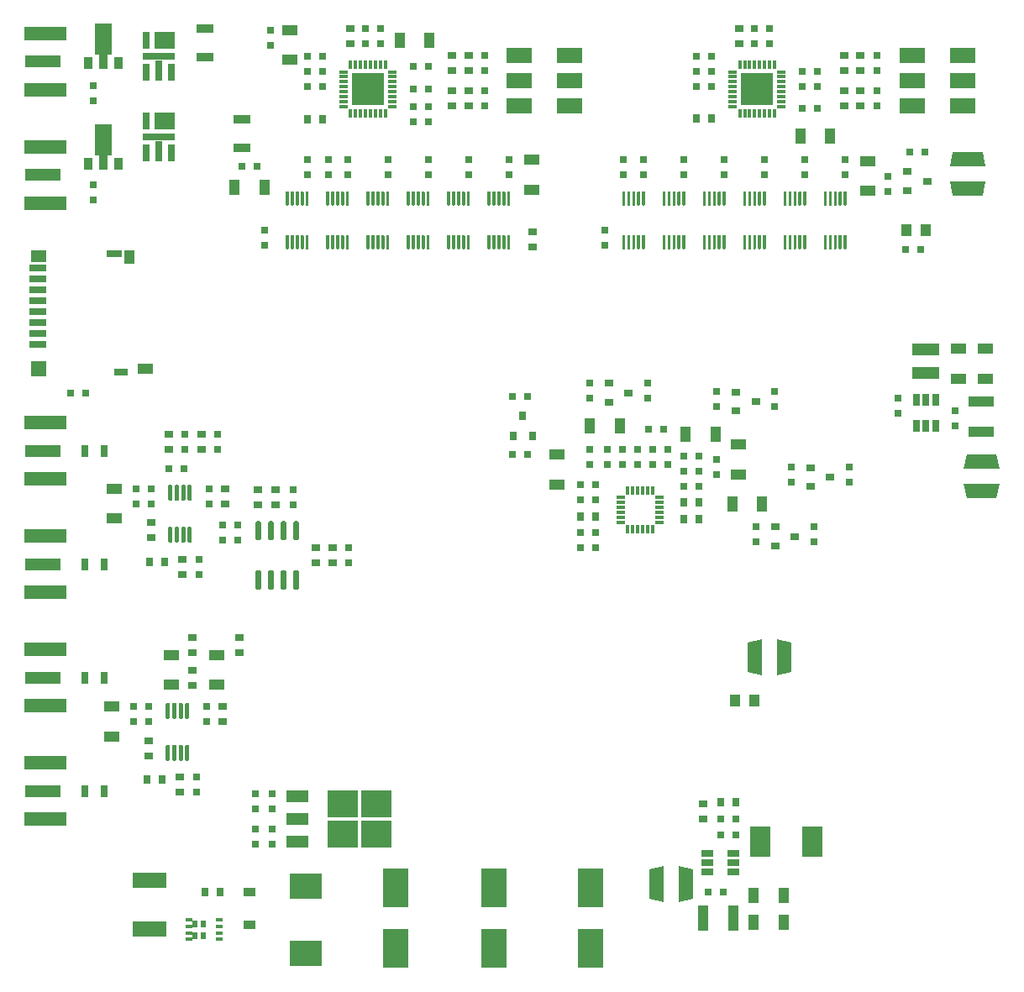
<source format=gtp>
%TF.GenerationSoftware,KiCad,Pcbnew,(5.1.12)-1*%
%TF.CreationDate,2022-12-02T08:38:14+01:00*%
%TF.ProjectId,LF_phase_detector,4c465f70-6861-4736-955f-646574656374,rev?*%
%TF.SameCoordinates,Original*%
%TF.FileFunction,Paste,Top*%
%TF.FilePolarity,Positive*%
%FSLAX46Y46*%
G04 Gerber Fmt 4.6, Leading zero omitted, Abs format (unit mm)*
G04 Created by KiCad (PCBNEW (5.1.12)-1) date 2022-12-02 08:38:14*
%MOMM*%
%LPD*%
G01*
G04 APERTURE LIST*
%ADD10R,2.800000X1.300000*%
%ADD11C,0.100000*%
%ADD12R,2.000000X3.100000*%
%ADD13R,2.500000X4.000000*%
%ADD14R,0.516000X0.714000*%
%ADD15R,0.700000X0.420000*%
%ADD16R,3.500000X1.600000*%
%ADD17R,2.540000X1.650000*%
%ADD18R,0.850000X0.300000*%
%ADD19R,0.300000X0.850000*%
%ADD20R,3.250000X3.250000*%
%ADD21R,0.790000X1.680000*%
%ADD22R,2.060000X1.680000*%
%ADD23R,3.330000X0.690000*%
%ADD24R,0.790000X2.110000*%
%ADD25R,0.750000X0.800000*%
%ADD26R,1.000000X1.600000*%
%ADD27R,1.600000X1.000000*%
%ADD28R,0.800000X0.750000*%
%ADD29R,1.000000X2.500000*%
%ADD30R,2.500000X1.000000*%
%ADD31R,1.000000X1.250000*%
%ADD32R,1.200000X0.900000*%
%ADD33R,3.300000X2.500000*%
%ADD34R,0.900000X0.800000*%
%ADD35R,0.800000X0.900000*%
%ADD36R,1.700000X0.900000*%
%ADD37R,1.750000X0.700000*%
%ADD38R,1.500000X1.300000*%
%ADD39R,1.500000X0.800000*%
%ADD40R,1.000000X1.450000*%
%ADD41R,1.400000X0.800000*%
%ADD42R,1.500000X1.500000*%
%ADD43R,1.550000X1.000000*%
%ADD44R,1.220000X0.650000*%
%ADD45R,0.650000X1.220000*%
%ADD46R,2.200000X1.200000*%
%ADD47R,3.050000X2.750000*%
%ADD48R,0.900000X1.300000*%
%ADD49R,3.600000X1.270000*%
%ADD50R,4.200000X1.350000*%
%ADD51R,0.700000X1.300000*%
G04 APERTURE END LIST*
D10*
%TO.C,L4*%
X90932000Y-37522000D03*
X90932000Y-35122000D03*
%TD*%
D11*
%TO.C,L1*%
G36*
X67478000Y-90527000D02*
G01*
X66028000Y-90827000D01*
X66028000Y-87227000D01*
X67478000Y-87527000D01*
X67478000Y-90527000D01*
G37*
G36*
X64528000Y-90827000D02*
G01*
X63078000Y-90527000D01*
X63078000Y-87527000D01*
X64528000Y-87227000D01*
X64528000Y-90827000D01*
G37*
%TD*%
%TO.C,L2*%
G36*
X98020000Y-45679000D02*
G01*
X98320000Y-47129000D01*
X94720000Y-47129000D01*
X95020000Y-45679000D01*
X98020000Y-45679000D01*
G37*
G36*
X98320000Y-48629000D02*
G01*
X98020000Y-50079000D01*
X95020000Y-50079000D01*
X94720000Y-48629000D01*
X98320000Y-48629000D01*
G37*
%TD*%
%TO.C,L5*%
G36*
X96623000Y-15199000D02*
G01*
X96923000Y-16649000D01*
X93323000Y-16649000D01*
X93623000Y-15199000D01*
X96623000Y-15199000D01*
G37*
G36*
X96923000Y-18149000D02*
G01*
X96623000Y-19599000D01*
X93623000Y-19599000D01*
X93323000Y-18149000D01*
X96923000Y-18149000D01*
G37*
%TD*%
%TO.C,L6*%
G36*
X72984000Y-64667000D02*
G01*
X74434000Y-64367000D01*
X74434000Y-67967000D01*
X72984000Y-67667000D01*
X72984000Y-64667000D01*
G37*
G36*
X75934000Y-64367000D02*
G01*
X77384000Y-64667000D01*
X77384000Y-67667000D01*
X75934000Y-67967000D01*
X75934000Y-64367000D01*
G37*
%TD*%
D12*
%TO.C,L3*%
X74185000Y-84709000D03*
X79485000Y-84709000D03*
%TD*%
D13*
%TO.C,C48*%
X37465000Y-95506000D03*
X37465000Y-89406000D03*
%TD*%
%TO.C,C49*%
X47371000Y-95506000D03*
X47371000Y-89406000D03*
%TD*%
%TO.C,C103*%
X57150000Y-95506000D03*
X57150000Y-89406000D03*
%TD*%
D14*
%TO.C,T1*%
X17281000Y-93009000D03*
X17281000Y-94189000D03*
X18131000Y-93009000D03*
X18131000Y-94189000D03*
D15*
X19661000Y-92624000D03*
X19661000Y-93924000D03*
X19661000Y-93274000D03*
X19661000Y-94574000D03*
X16661000Y-92624000D03*
X16661000Y-93274000D03*
X16661000Y-93924000D03*
X16661000Y-94574000D03*
%TD*%
D16*
%TO.C,F1*%
X12700000Y-88619000D03*
X12700000Y-93499000D03*
%TD*%
D17*
%TO.C,TR1*%
X94615000Y-10541000D03*
X94615000Y-8001000D03*
X94615000Y-5461000D03*
X89535000Y-5461000D03*
X89535000Y-8001000D03*
X89535000Y-10541000D03*
%TD*%
%TO.C,TR2*%
X54991000Y-10541000D03*
X54991000Y-8001000D03*
X54991000Y-5461000D03*
X49911000Y-5461000D03*
X49911000Y-8001000D03*
X49911000Y-10541000D03*
%TD*%
D18*
%TO.C,U27*%
X71464000Y-7140000D03*
X71464000Y-7640000D03*
X71464000Y-8140000D03*
X71464000Y-8640000D03*
X71464000Y-9140000D03*
X71464000Y-9640000D03*
X71464000Y-10140000D03*
X71464000Y-10640000D03*
D19*
X72164000Y-11340000D03*
X72664000Y-11340000D03*
X73164000Y-11340000D03*
X73664000Y-11340000D03*
X74164000Y-11340000D03*
X74664000Y-11340000D03*
X75164000Y-11340000D03*
X75664000Y-11340000D03*
D18*
X76364000Y-10640000D03*
X76364000Y-10140000D03*
X76364000Y-9640000D03*
X76364000Y-9140000D03*
X76364000Y-8640000D03*
X76364000Y-8140000D03*
X76364000Y-7640000D03*
X76364000Y-7140000D03*
D19*
X75664000Y-6440000D03*
X75164000Y-6440000D03*
X74664000Y-6440000D03*
X74164000Y-6440000D03*
X73664000Y-6440000D03*
X73164000Y-6440000D03*
X72664000Y-6440000D03*
X72164000Y-6440000D03*
D20*
X73914000Y-8890000D03*
%TD*%
D18*
%TO.C,U28*%
X32221000Y-7140000D03*
X32221000Y-7640000D03*
X32221000Y-8140000D03*
X32221000Y-8640000D03*
X32221000Y-9140000D03*
X32221000Y-9640000D03*
X32221000Y-10140000D03*
X32221000Y-10640000D03*
D19*
X32921000Y-11340000D03*
X33421000Y-11340000D03*
X33921000Y-11340000D03*
X34421000Y-11340000D03*
X34921000Y-11340000D03*
X35421000Y-11340000D03*
X35921000Y-11340000D03*
X36421000Y-11340000D03*
D18*
X37121000Y-10640000D03*
X37121000Y-10140000D03*
X37121000Y-9640000D03*
X37121000Y-9140000D03*
X37121000Y-8640000D03*
X37121000Y-8140000D03*
X37121000Y-7640000D03*
X37121000Y-7140000D03*
D19*
X36421000Y-6440000D03*
X35921000Y-6440000D03*
X35421000Y-6440000D03*
X34921000Y-6440000D03*
X34421000Y-6440000D03*
X33921000Y-6440000D03*
X33421000Y-6440000D03*
X32921000Y-6440000D03*
D20*
X34671000Y-8890000D03*
%TD*%
D21*
%TO.C,TR3*%
X12319000Y-15326000D03*
X14859000Y-15326000D03*
D22*
X14224000Y-12106000D03*
D21*
X12319000Y-12106000D03*
D23*
X13589000Y-13716000D03*
D24*
X13589000Y-15111000D03*
%TD*%
D21*
%TO.C,TR4*%
X12319000Y-7198000D03*
X14859000Y-7198000D03*
D22*
X14224000Y-3978000D03*
D21*
X12319000Y-3978000D03*
D23*
X13589000Y-5588000D03*
D24*
X13589000Y-6983000D03*
%TD*%
D25*
%TO.C,C83*%
X24257000Y-24626000D03*
X24257000Y-23126000D03*
%TD*%
%TO.C,C1*%
X57023000Y-46724000D03*
X57023000Y-45224000D03*
%TD*%
D26*
%TO.C,C2*%
X57047000Y-42799000D03*
X60047000Y-42799000D03*
%TD*%
D27*
%TO.C,C3*%
X53721000Y-45744000D03*
X53721000Y-48744000D03*
%TD*%
%TO.C,C4*%
X72009000Y-47728000D03*
X72009000Y-44728000D03*
%TD*%
D26*
%TO.C,C5*%
X66699000Y-43688000D03*
X69699000Y-43688000D03*
%TD*%
%TO.C,C6*%
X71398000Y-50673000D03*
X74398000Y-50673000D03*
%TD*%
D25*
%TO.C,C7*%
X58801000Y-45224000D03*
X58801000Y-46724000D03*
%TD*%
D28*
%TO.C,C8*%
X56146000Y-55118000D03*
X57646000Y-55118000D03*
%TD*%
D25*
%TO.C,C9*%
X69850000Y-46240000D03*
X69850000Y-47740000D03*
%TD*%
D28*
%TO.C,C10*%
X68060000Y-45847000D03*
X66560000Y-45847000D03*
%TD*%
D25*
%TO.C,C11*%
X64897000Y-45224000D03*
X64897000Y-46724000D03*
%TD*%
%TO.C,C12*%
X60325000Y-46724000D03*
X60325000Y-45224000D03*
%TD*%
D28*
%TO.C,C13*%
X57646000Y-53594000D03*
X56146000Y-53594000D03*
%TD*%
%TO.C,C14*%
X66560000Y-48895000D03*
X68060000Y-48895000D03*
%TD*%
%TO.C,C15*%
X66560000Y-47371000D03*
X68060000Y-47371000D03*
%TD*%
D25*
%TO.C,C16*%
X63373000Y-46724000D03*
X63373000Y-45224000D03*
%TD*%
D28*
%TO.C,C17*%
X56146000Y-48768000D03*
X57646000Y-48768000D03*
%TD*%
%TO.C,C18*%
X64504000Y-43180000D03*
X63004000Y-43180000D03*
%TD*%
%TO.C,C20*%
X57646000Y-50292000D03*
X56146000Y-50292000D03*
%TD*%
D25*
%TO.C,C21*%
X61849000Y-45224000D03*
X61849000Y-46724000D03*
%TD*%
%TO.C,C23*%
X60452000Y-16014000D03*
X60452000Y-17514000D03*
%TD*%
D28*
%TO.C,C25*%
X88912000Y-25019000D03*
X90412000Y-25019000D03*
%TD*%
%TO.C,C26*%
X6211000Y-39497000D03*
X4711000Y-39497000D03*
%TD*%
D25*
%TO.C,C27*%
X19558000Y-45200000D03*
X19558000Y-43700000D03*
%TD*%
%TO.C,C28*%
X21590000Y-54344000D03*
X21590000Y-52844000D03*
%TD*%
%TO.C,C29*%
X18669000Y-50661000D03*
X18669000Y-49161000D03*
%TD*%
%TO.C,C30*%
X20066000Y-52844000D03*
X20066000Y-54344000D03*
%TD*%
D28*
%TO.C,C31*%
X14617000Y-47117000D03*
X16117000Y-47117000D03*
%TD*%
D25*
%TO.C,C32*%
X16256000Y-45200000D03*
X16256000Y-43700000D03*
%TD*%
D27*
%TO.C,C33*%
X19431000Y-68937000D03*
X19431000Y-65937000D03*
%TD*%
D25*
%TO.C,C34*%
X18415000Y-72632000D03*
X18415000Y-71132000D03*
%TD*%
%TO.C,C35*%
X17653000Y-56273000D03*
X17653000Y-57773000D03*
%TD*%
D27*
%TO.C,C36*%
X14859000Y-65937000D03*
X14859000Y-68937000D03*
%TD*%
D25*
%TO.C,C37*%
X17399000Y-78244000D03*
X17399000Y-79744000D03*
%TD*%
%TO.C,C38*%
X12827000Y-50661000D03*
X12827000Y-49161000D03*
%TD*%
%TO.C,C39*%
X11303000Y-49161000D03*
X11303000Y-50661000D03*
%TD*%
D27*
%TO.C,C40*%
X8890000Y-71144000D03*
X8890000Y-74144000D03*
%TD*%
D25*
%TO.C,C41*%
X12573000Y-72632000D03*
X12573000Y-71132000D03*
%TD*%
D27*
%TO.C,C42*%
X9144000Y-49173000D03*
X9144000Y-52173000D03*
%TD*%
D25*
%TO.C,C43*%
X11049000Y-71132000D03*
X11049000Y-72632000D03*
%TD*%
D29*
%TO.C,C44*%
X68477000Y-92456000D03*
X71477000Y-92456000D03*
%TD*%
D30*
%TO.C,C45*%
X96520000Y-40410000D03*
X96520000Y-43410000D03*
%TD*%
D28*
%TO.C,C46*%
X70473000Y-89789000D03*
X68973000Y-89789000D03*
%TD*%
D25*
%TO.C,C47*%
X93853000Y-41287000D03*
X93853000Y-42787000D03*
%TD*%
D28*
%TO.C,C50*%
X71743000Y-84074000D03*
X70243000Y-84074000D03*
%TD*%
D25*
%TO.C,C51*%
X88138000Y-40017000D03*
X88138000Y-41517000D03*
%TD*%
D28*
%TO.C,C52*%
X71743000Y-82423000D03*
X70243000Y-82423000D03*
%TD*%
D25*
%TO.C,C53*%
X23368000Y-81395000D03*
X23368000Y-79895000D03*
%TD*%
D27*
%TO.C,C54*%
X94234000Y-35076000D03*
X94234000Y-38076000D03*
%TD*%
D26*
%TO.C,C55*%
X76557000Y-90170000D03*
X73557000Y-90170000D03*
%TD*%
D25*
%TO.C,C56*%
X25019000Y-79895000D03*
X25019000Y-81395000D03*
%TD*%
D27*
%TO.C,C57*%
X96901000Y-38076000D03*
X96901000Y-35076000D03*
%TD*%
D25*
%TO.C,C58*%
X25019000Y-83451000D03*
X25019000Y-84951000D03*
%TD*%
D26*
%TO.C,C59*%
X73557000Y-92837000D03*
X76557000Y-92837000D03*
%TD*%
D25*
%TO.C,C60*%
X23368000Y-84951000D03*
X23368000Y-83451000D03*
%TD*%
D31*
%TO.C,C61*%
X73644000Y-70485000D03*
X71644000Y-70485000D03*
%TD*%
D25*
%TO.C,C62*%
X62865000Y-39993000D03*
X62865000Y-38493000D03*
%TD*%
D28*
%TO.C,C63*%
X50788000Y-39878000D03*
X49288000Y-39878000D03*
%TD*%
D25*
%TO.C,C64*%
X83185000Y-48502000D03*
X83185000Y-47002000D03*
%TD*%
%TO.C,C65*%
X75692000Y-40882000D03*
X75692000Y-39382000D03*
%TD*%
%TO.C,C66*%
X79629000Y-52971000D03*
X79629000Y-54471000D03*
%TD*%
%TO.C,C67*%
X57023000Y-38493000D03*
X57023000Y-39993000D03*
%TD*%
D28*
%TO.C,C68*%
X49288000Y-45720000D03*
X50788000Y-45720000D03*
%TD*%
D25*
%TO.C,C69*%
X77343000Y-47002000D03*
X77343000Y-48502000D03*
%TD*%
%TO.C,C70*%
X69850000Y-39382000D03*
X69850000Y-40882000D03*
%TD*%
%TO.C,C71*%
X73787000Y-52971000D03*
X73787000Y-54471000D03*
%TD*%
D26*
%TO.C,C72*%
X21233000Y-18796000D03*
X24233000Y-18796000D03*
%TD*%
D27*
%TO.C,C73*%
X26797000Y-5945000D03*
X26797000Y-2945000D03*
%TD*%
D25*
%TO.C,C74*%
X6985000Y-20054000D03*
X6985000Y-18554000D03*
%TD*%
%TO.C,C75*%
X6985000Y-10021000D03*
X6985000Y-8521000D03*
%TD*%
D28*
%TO.C,C76*%
X23483000Y-16637000D03*
X21983000Y-16637000D03*
%TD*%
D25*
%TO.C,C77*%
X24892000Y-2933000D03*
X24892000Y-4433000D03*
%TD*%
D28*
%TO.C,C80*%
X69330000Y-7112000D03*
X67830000Y-7112000D03*
%TD*%
%TO.C,C81*%
X28587000Y-7112000D03*
X30087000Y-7112000D03*
%TD*%
%TO.C,C82*%
X39255000Y-10668000D03*
X40755000Y-10668000D03*
%TD*%
D25*
%TO.C,C84*%
X58547000Y-23126000D03*
X58547000Y-24626000D03*
%TD*%
%TO.C,C85*%
X85979000Y-5473000D03*
X85979000Y-6973000D03*
%TD*%
%TO.C,C86*%
X85979000Y-10529000D03*
X85979000Y-9029000D03*
%TD*%
%TO.C,C87*%
X46482000Y-5473000D03*
X46482000Y-6973000D03*
%TD*%
%TO.C,C88*%
X46482000Y-9029000D03*
X46482000Y-10529000D03*
%TD*%
D28*
%TO.C,C89*%
X67830000Y-5588000D03*
X69330000Y-5588000D03*
%TD*%
%TO.C,C90*%
X28587000Y-5588000D03*
X30087000Y-5588000D03*
%TD*%
%TO.C,C91*%
X69330000Y-8636000D03*
X67830000Y-8636000D03*
%TD*%
%TO.C,C92*%
X30087000Y-8636000D03*
X28587000Y-8636000D03*
%TD*%
%TO.C,C93*%
X78498000Y-10795000D03*
X79998000Y-10795000D03*
%TD*%
%TO.C,C94*%
X39255000Y-12192000D03*
X40755000Y-12192000D03*
%TD*%
%TO.C,C95*%
X78498000Y-8636000D03*
X79998000Y-8636000D03*
%TD*%
%TO.C,C96*%
X40755000Y-8890000D03*
X39255000Y-8890000D03*
%TD*%
%TO.C,C97*%
X78498000Y-7112000D03*
X79998000Y-7112000D03*
%TD*%
%TO.C,C98*%
X40755000Y-6604000D03*
X39255000Y-6604000D03*
%TD*%
D25*
%TO.C,C99*%
X75184000Y-4306000D03*
X75184000Y-2806000D03*
%TD*%
%TO.C,C100*%
X35941000Y-4306000D03*
X35941000Y-2806000D03*
%TD*%
%TO.C,C101*%
X73660000Y-2806000D03*
X73660000Y-4306000D03*
%TD*%
%TO.C,C102*%
X34417000Y-4306000D03*
X34417000Y-2806000D03*
%TD*%
D26*
%TO.C,C107*%
X78256000Y-13589000D03*
X81256000Y-13589000D03*
%TD*%
%TO.C,C108*%
X40870000Y-3937000D03*
X37870000Y-3937000D03*
%TD*%
D32*
%TO.C,D1*%
X22733000Y-93090000D03*
X22733000Y-89790000D03*
%TD*%
D33*
%TO.C,D2*%
X28448000Y-89183000D03*
X28448000Y-95983000D03*
%TD*%
D34*
%TO.C,R1*%
X23622000Y-49288000D03*
X23622000Y-50788000D03*
%TD*%
%TO.C,R2*%
X25400000Y-49288000D03*
X25400000Y-50788000D03*
%TD*%
%TO.C,R3*%
X29464000Y-56630000D03*
X29464000Y-55130000D03*
%TD*%
%TO.C,R4*%
X31115000Y-56630000D03*
X31115000Y-55130000D03*
%TD*%
%TO.C,R5*%
X20320000Y-50661000D03*
X20320000Y-49161000D03*
%TD*%
%TO.C,R6*%
X17907000Y-45200000D03*
X17907000Y-43700000D03*
%TD*%
%TO.C,R7*%
X14605000Y-43700000D03*
X14605000Y-45200000D03*
%TD*%
%TO.C,R9*%
X21717000Y-64147000D03*
X21717000Y-65647000D03*
%TD*%
%TO.C,R10*%
X20066000Y-72632000D03*
X20066000Y-71132000D03*
%TD*%
%TO.C,R11*%
X17018000Y-67449000D03*
X17018000Y-68949000D03*
%TD*%
%TO.C,R12*%
X16002000Y-57773000D03*
X16002000Y-56273000D03*
%TD*%
%TO.C,R13*%
X12827000Y-54090000D03*
X12827000Y-52590000D03*
%TD*%
%TO.C,R14*%
X17018000Y-64147000D03*
X17018000Y-65647000D03*
%TD*%
D35*
%TO.C,R15*%
X12712000Y-56515000D03*
X14212000Y-56515000D03*
%TD*%
D34*
%TO.C,R18*%
X15748000Y-79744000D03*
X15748000Y-78244000D03*
%TD*%
%TO.C,R19*%
X12573000Y-74561000D03*
X12573000Y-76061000D03*
%TD*%
D35*
%TO.C,R20*%
X13958000Y-78486000D03*
X12458000Y-78486000D03*
%TD*%
D36*
%TO.C,R25*%
X21971000Y-14785000D03*
X21971000Y-11885000D03*
%TD*%
%TO.C,R26*%
X18288000Y-5694000D03*
X18288000Y-2794000D03*
%TD*%
D34*
%TO.C,R27*%
X51308000Y-24753000D03*
X51308000Y-23253000D03*
%TD*%
%TO.C,R28*%
X72136000Y-2806000D03*
X72136000Y-4306000D03*
%TD*%
%TO.C,R29*%
X32893000Y-2806000D03*
X32893000Y-4306000D03*
%TD*%
D35*
%TO.C,R30*%
X67830000Y-11811000D03*
X69330000Y-11811000D03*
%TD*%
%TO.C,R31*%
X28587000Y-11938000D03*
X30087000Y-11938000D03*
%TD*%
D34*
%TO.C,R32*%
X82677000Y-9029000D03*
X82677000Y-10529000D03*
%TD*%
%TO.C,R33*%
X43180000Y-10529000D03*
X43180000Y-9029000D03*
%TD*%
%TO.C,R34*%
X84328000Y-9029000D03*
X84328000Y-10529000D03*
%TD*%
%TO.C,R35*%
X44831000Y-9029000D03*
X44831000Y-10529000D03*
%TD*%
%TO.C,R36*%
X82677000Y-5473000D03*
X82677000Y-6973000D03*
%TD*%
%TO.C,R37*%
X43180000Y-5473000D03*
X43180000Y-6973000D03*
%TD*%
D35*
%TO.C,R38*%
X68060000Y-52197000D03*
X66560000Y-52197000D03*
%TD*%
%TO.C,R39*%
X66560000Y-50546000D03*
X68060000Y-50546000D03*
%TD*%
%TO.C,R40*%
X57646000Y-51943000D03*
X56146000Y-51943000D03*
%TD*%
D34*
%TO.C,R41*%
X84328000Y-6973000D03*
X84328000Y-5473000D03*
%TD*%
%TO.C,R42*%
X44831000Y-6973000D03*
X44831000Y-5473000D03*
%TD*%
D37*
%TO.C,SD1*%
X1411000Y-26924000D03*
D38*
X1536000Y-25724000D03*
D39*
X9136000Y-25474000D03*
D40*
X10636000Y-25799000D03*
D41*
X9786000Y-37424000D03*
D37*
X1411000Y-28024000D03*
X1411000Y-29124000D03*
X1411000Y-30224000D03*
X1411000Y-31324000D03*
X1411000Y-32424000D03*
X1411000Y-33524000D03*
X1411000Y-34624000D03*
D42*
X1536000Y-37074000D03*
D43*
X12211000Y-37024000D03*
%TD*%
D18*
%TO.C,U1*%
X64053000Y-52558000D03*
X64053000Y-52058000D03*
X64053000Y-51558000D03*
X64053000Y-51058000D03*
X64053000Y-50558000D03*
X64053000Y-50058000D03*
D19*
X63353000Y-49358000D03*
X62853000Y-49358000D03*
X62353000Y-49358000D03*
X61853000Y-49358000D03*
X61353000Y-49358000D03*
X60853000Y-49358000D03*
D18*
X60153000Y-50058000D03*
X60153000Y-50558000D03*
X60153000Y-51058000D03*
X60153000Y-51558000D03*
X60153000Y-52058000D03*
X60153000Y-52558000D03*
D19*
X60853000Y-53258000D03*
X61353000Y-53258000D03*
X61853000Y-53258000D03*
X62353000Y-53258000D03*
X62853000Y-53258000D03*
X63353000Y-53258000D03*
%TD*%
%TO.C,U2*%
G36*
G01*
X80863000Y-20623000D02*
X80713000Y-20623000D01*
G75*
G02*
X80638000Y-20548000I0J75000D01*
G01*
X80638000Y-19248000D01*
G75*
G02*
X80713000Y-19173000I75000J0D01*
G01*
X80863000Y-19173000D01*
G75*
G02*
X80938000Y-19248000I0J-75000D01*
G01*
X80938000Y-20548000D01*
G75*
G02*
X80863000Y-20623000I-75000J0D01*
G01*
G37*
G36*
G01*
X81363000Y-20623000D02*
X81213000Y-20623000D01*
G75*
G02*
X81138000Y-20548000I0J75000D01*
G01*
X81138000Y-19248000D01*
G75*
G02*
X81213000Y-19173000I75000J0D01*
G01*
X81363000Y-19173000D01*
G75*
G02*
X81438000Y-19248000I0J-75000D01*
G01*
X81438000Y-20548000D01*
G75*
G02*
X81363000Y-20623000I-75000J0D01*
G01*
G37*
G36*
G01*
X81863000Y-20623000D02*
X81713000Y-20623000D01*
G75*
G02*
X81638000Y-20548000I0J75000D01*
G01*
X81638000Y-19248000D01*
G75*
G02*
X81713000Y-19173000I75000J0D01*
G01*
X81863000Y-19173000D01*
G75*
G02*
X81938000Y-19248000I0J-75000D01*
G01*
X81938000Y-20548000D01*
G75*
G02*
X81863000Y-20623000I-75000J0D01*
G01*
G37*
G36*
G01*
X82363000Y-20623000D02*
X82213000Y-20623000D01*
G75*
G02*
X82138000Y-20548000I0J75000D01*
G01*
X82138000Y-19248000D01*
G75*
G02*
X82213000Y-19173000I75000J0D01*
G01*
X82363000Y-19173000D01*
G75*
G02*
X82438000Y-19248000I0J-75000D01*
G01*
X82438000Y-20548000D01*
G75*
G02*
X82363000Y-20623000I-75000J0D01*
G01*
G37*
G36*
G01*
X82863000Y-20623000D02*
X82713000Y-20623000D01*
G75*
G02*
X82638000Y-20548000I0J75000D01*
G01*
X82638000Y-19248000D01*
G75*
G02*
X82713000Y-19173000I75000J0D01*
G01*
X82863000Y-19173000D01*
G75*
G02*
X82938000Y-19248000I0J-75000D01*
G01*
X82938000Y-20548000D01*
G75*
G02*
X82863000Y-20623000I-75000J0D01*
G01*
G37*
G36*
G01*
X82863000Y-25023000D02*
X82713000Y-25023000D01*
G75*
G02*
X82638000Y-24948000I0J75000D01*
G01*
X82638000Y-23648000D01*
G75*
G02*
X82713000Y-23573000I75000J0D01*
G01*
X82863000Y-23573000D01*
G75*
G02*
X82938000Y-23648000I0J-75000D01*
G01*
X82938000Y-24948000D01*
G75*
G02*
X82863000Y-25023000I-75000J0D01*
G01*
G37*
G36*
G01*
X82363000Y-25023000D02*
X82213000Y-25023000D01*
G75*
G02*
X82138000Y-24948000I0J75000D01*
G01*
X82138000Y-23648000D01*
G75*
G02*
X82213000Y-23573000I75000J0D01*
G01*
X82363000Y-23573000D01*
G75*
G02*
X82438000Y-23648000I0J-75000D01*
G01*
X82438000Y-24948000D01*
G75*
G02*
X82363000Y-25023000I-75000J0D01*
G01*
G37*
G36*
G01*
X81863000Y-25023000D02*
X81713000Y-25023000D01*
G75*
G02*
X81638000Y-24948000I0J75000D01*
G01*
X81638000Y-23648000D01*
G75*
G02*
X81713000Y-23573000I75000J0D01*
G01*
X81863000Y-23573000D01*
G75*
G02*
X81938000Y-23648000I0J-75000D01*
G01*
X81938000Y-24948000D01*
G75*
G02*
X81863000Y-25023000I-75000J0D01*
G01*
G37*
G36*
G01*
X81363000Y-25023000D02*
X81213000Y-25023000D01*
G75*
G02*
X81138000Y-24948000I0J75000D01*
G01*
X81138000Y-23648000D01*
G75*
G02*
X81213000Y-23573000I75000J0D01*
G01*
X81363000Y-23573000D01*
G75*
G02*
X81438000Y-23648000I0J-75000D01*
G01*
X81438000Y-24948000D01*
G75*
G02*
X81363000Y-25023000I-75000J0D01*
G01*
G37*
G36*
G01*
X80863000Y-25023000D02*
X80713000Y-25023000D01*
G75*
G02*
X80638000Y-24948000I0J75000D01*
G01*
X80638000Y-23648000D01*
G75*
G02*
X80713000Y-23573000I75000J0D01*
G01*
X80863000Y-23573000D01*
G75*
G02*
X80938000Y-23648000I0J-75000D01*
G01*
X80938000Y-24948000D01*
G75*
G02*
X80863000Y-25023000I-75000J0D01*
G01*
G37*
%TD*%
%TO.C,U3*%
G36*
G01*
X76799000Y-25023000D02*
X76649000Y-25023000D01*
G75*
G02*
X76574000Y-24948000I0J75000D01*
G01*
X76574000Y-23648000D01*
G75*
G02*
X76649000Y-23573000I75000J0D01*
G01*
X76799000Y-23573000D01*
G75*
G02*
X76874000Y-23648000I0J-75000D01*
G01*
X76874000Y-24948000D01*
G75*
G02*
X76799000Y-25023000I-75000J0D01*
G01*
G37*
G36*
G01*
X77299000Y-25023000D02*
X77149000Y-25023000D01*
G75*
G02*
X77074000Y-24948000I0J75000D01*
G01*
X77074000Y-23648000D01*
G75*
G02*
X77149000Y-23573000I75000J0D01*
G01*
X77299000Y-23573000D01*
G75*
G02*
X77374000Y-23648000I0J-75000D01*
G01*
X77374000Y-24948000D01*
G75*
G02*
X77299000Y-25023000I-75000J0D01*
G01*
G37*
G36*
G01*
X77799000Y-25023000D02*
X77649000Y-25023000D01*
G75*
G02*
X77574000Y-24948000I0J75000D01*
G01*
X77574000Y-23648000D01*
G75*
G02*
X77649000Y-23573000I75000J0D01*
G01*
X77799000Y-23573000D01*
G75*
G02*
X77874000Y-23648000I0J-75000D01*
G01*
X77874000Y-24948000D01*
G75*
G02*
X77799000Y-25023000I-75000J0D01*
G01*
G37*
G36*
G01*
X78299000Y-25023000D02*
X78149000Y-25023000D01*
G75*
G02*
X78074000Y-24948000I0J75000D01*
G01*
X78074000Y-23648000D01*
G75*
G02*
X78149000Y-23573000I75000J0D01*
G01*
X78299000Y-23573000D01*
G75*
G02*
X78374000Y-23648000I0J-75000D01*
G01*
X78374000Y-24948000D01*
G75*
G02*
X78299000Y-25023000I-75000J0D01*
G01*
G37*
G36*
G01*
X78799000Y-25023000D02*
X78649000Y-25023000D01*
G75*
G02*
X78574000Y-24948000I0J75000D01*
G01*
X78574000Y-23648000D01*
G75*
G02*
X78649000Y-23573000I75000J0D01*
G01*
X78799000Y-23573000D01*
G75*
G02*
X78874000Y-23648000I0J-75000D01*
G01*
X78874000Y-24948000D01*
G75*
G02*
X78799000Y-25023000I-75000J0D01*
G01*
G37*
G36*
G01*
X78799000Y-20623000D02*
X78649000Y-20623000D01*
G75*
G02*
X78574000Y-20548000I0J75000D01*
G01*
X78574000Y-19248000D01*
G75*
G02*
X78649000Y-19173000I75000J0D01*
G01*
X78799000Y-19173000D01*
G75*
G02*
X78874000Y-19248000I0J-75000D01*
G01*
X78874000Y-20548000D01*
G75*
G02*
X78799000Y-20623000I-75000J0D01*
G01*
G37*
G36*
G01*
X78299000Y-20623000D02*
X78149000Y-20623000D01*
G75*
G02*
X78074000Y-20548000I0J75000D01*
G01*
X78074000Y-19248000D01*
G75*
G02*
X78149000Y-19173000I75000J0D01*
G01*
X78299000Y-19173000D01*
G75*
G02*
X78374000Y-19248000I0J-75000D01*
G01*
X78374000Y-20548000D01*
G75*
G02*
X78299000Y-20623000I-75000J0D01*
G01*
G37*
G36*
G01*
X77799000Y-20623000D02*
X77649000Y-20623000D01*
G75*
G02*
X77574000Y-20548000I0J75000D01*
G01*
X77574000Y-19248000D01*
G75*
G02*
X77649000Y-19173000I75000J0D01*
G01*
X77799000Y-19173000D01*
G75*
G02*
X77874000Y-19248000I0J-75000D01*
G01*
X77874000Y-20548000D01*
G75*
G02*
X77799000Y-20623000I-75000J0D01*
G01*
G37*
G36*
G01*
X77299000Y-20623000D02*
X77149000Y-20623000D01*
G75*
G02*
X77074000Y-20548000I0J75000D01*
G01*
X77074000Y-19248000D01*
G75*
G02*
X77149000Y-19173000I75000J0D01*
G01*
X77299000Y-19173000D01*
G75*
G02*
X77374000Y-19248000I0J-75000D01*
G01*
X77374000Y-20548000D01*
G75*
G02*
X77299000Y-20623000I-75000J0D01*
G01*
G37*
G36*
G01*
X76799000Y-20623000D02*
X76649000Y-20623000D01*
G75*
G02*
X76574000Y-20548000I0J75000D01*
G01*
X76574000Y-19248000D01*
G75*
G02*
X76649000Y-19173000I75000J0D01*
G01*
X76799000Y-19173000D01*
G75*
G02*
X76874000Y-19248000I0J-75000D01*
G01*
X76874000Y-20548000D01*
G75*
G02*
X76799000Y-20623000I-75000J0D01*
G01*
G37*
%TD*%
%TO.C,U4*%
G36*
G01*
X72735000Y-20623000D02*
X72585000Y-20623000D01*
G75*
G02*
X72510000Y-20548000I0J75000D01*
G01*
X72510000Y-19248000D01*
G75*
G02*
X72585000Y-19173000I75000J0D01*
G01*
X72735000Y-19173000D01*
G75*
G02*
X72810000Y-19248000I0J-75000D01*
G01*
X72810000Y-20548000D01*
G75*
G02*
X72735000Y-20623000I-75000J0D01*
G01*
G37*
G36*
G01*
X73235000Y-20623000D02*
X73085000Y-20623000D01*
G75*
G02*
X73010000Y-20548000I0J75000D01*
G01*
X73010000Y-19248000D01*
G75*
G02*
X73085000Y-19173000I75000J0D01*
G01*
X73235000Y-19173000D01*
G75*
G02*
X73310000Y-19248000I0J-75000D01*
G01*
X73310000Y-20548000D01*
G75*
G02*
X73235000Y-20623000I-75000J0D01*
G01*
G37*
G36*
G01*
X73735000Y-20623000D02*
X73585000Y-20623000D01*
G75*
G02*
X73510000Y-20548000I0J75000D01*
G01*
X73510000Y-19248000D01*
G75*
G02*
X73585000Y-19173000I75000J0D01*
G01*
X73735000Y-19173000D01*
G75*
G02*
X73810000Y-19248000I0J-75000D01*
G01*
X73810000Y-20548000D01*
G75*
G02*
X73735000Y-20623000I-75000J0D01*
G01*
G37*
G36*
G01*
X74235000Y-20623000D02*
X74085000Y-20623000D01*
G75*
G02*
X74010000Y-20548000I0J75000D01*
G01*
X74010000Y-19248000D01*
G75*
G02*
X74085000Y-19173000I75000J0D01*
G01*
X74235000Y-19173000D01*
G75*
G02*
X74310000Y-19248000I0J-75000D01*
G01*
X74310000Y-20548000D01*
G75*
G02*
X74235000Y-20623000I-75000J0D01*
G01*
G37*
G36*
G01*
X74735000Y-20623000D02*
X74585000Y-20623000D01*
G75*
G02*
X74510000Y-20548000I0J75000D01*
G01*
X74510000Y-19248000D01*
G75*
G02*
X74585000Y-19173000I75000J0D01*
G01*
X74735000Y-19173000D01*
G75*
G02*
X74810000Y-19248000I0J-75000D01*
G01*
X74810000Y-20548000D01*
G75*
G02*
X74735000Y-20623000I-75000J0D01*
G01*
G37*
G36*
G01*
X74735000Y-25023000D02*
X74585000Y-25023000D01*
G75*
G02*
X74510000Y-24948000I0J75000D01*
G01*
X74510000Y-23648000D01*
G75*
G02*
X74585000Y-23573000I75000J0D01*
G01*
X74735000Y-23573000D01*
G75*
G02*
X74810000Y-23648000I0J-75000D01*
G01*
X74810000Y-24948000D01*
G75*
G02*
X74735000Y-25023000I-75000J0D01*
G01*
G37*
G36*
G01*
X74235000Y-25023000D02*
X74085000Y-25023000D01*
G75*
G02*
X74010000Y-24948000I0J75000D01*
G01*
X74010000Y-23648000D01*
G75*
G02*
X74085000Y-23573000I75000J0D01*
G01*
X74235000Y-23573000D01*
G75*
G02*
X74310000Y-23648000I0J-75000D01*
G01*
X74310000Y-24948000D01*
G75*
G02*
X74235000Y-25023000I-75000J0D01*
G01*
G37*
G36*
G01*
X73735000Y-25023000D02*
X73585000Y-25023000D01*
G75*
G02*
X73510000Y-24948000I0J75000D01*
G01*
X73510000Y-23648000D01*
G75*
G02*
X73585000Y-23573000I75000J0D01*
G01*
X73735000Y-23573000D01*
G75*
G02*
X73810000Y-23648000I0J-75000D01*
G01*
X73810000Y-24948000D01*
G75*
G02*
X73735000Y-25023000I-75000J0D01*
G01*
G37*
G36*
G01*
X73235000Y-25023000D02*
X73085000Y-25023000D01*
G75*
G02*
X73010000Y-24948000I0J75000D01*
G01*
X73010000Y-23648000D01*
G75*
G02*
X73085000Y-23573000I75000J0D01*
G01*
X73235000Y-23573000D01*
G75*
G02*
X73310000Y-23648000I0J-75000D01*
G01*
X73310000Y-24948000D01*
G75*
G02*
X73235000Y-25023000I-75000J0D01*
G01*
G37*
G36*
G01*
X72735000Y-25023000D02*
X72585000Y-25023000D01*
G75*
G02*
X72510000Y-24948000I0J75000D01*
G01*
X72510000Y-23648000D01*
G75*
G02*
X72585000Y-23573000I75000J0D01*
G01*
X72735000Y-23573000D01*
G75*
G02*
X72810000Y-23648000I0J-75000D01*
G01*
X72810000Y-24948000D01*
G75*
G02*
X72735000Y-25023000I-75000J0D01*
G01*
G37*
%TD*%
%TO.C,U5*%
G36*
G01*
X68671000Y-25023000D02*
X68521000Y-25023000D01*
G75*
G02*
X68446000Y-24948000I0J75000D01*
G01*
X68446000Y-23648000D01*
G75*
G02*
X68521000Y-23573000I75000J0D01*
G01*
X68671000Y-23573000D01*
G75*
G02*
X68746000Y-23648000I0J-75000D01*
G01*
X68746000Y-24948000D01*
G75*
G02*
X68671000Y-25023000I-75000J0D01*
G01*
G37*
G36*
G01*
X69171000Y-25023000D02*
X69021000Y-25023000D01*
G75*
G02*
X68946000Y-24948000I0J75000D01*
G01*
X68946000Y-23648000D01*
G75*
G02*
X69021000Y-23573000I75000J0D01*
G01*
X69171000Y-23573000D01*
G75*
G02*
X69246000Y-23648000I0J-75000D01*
G01*
X69246000Y-24948000D01*
G75*
G02*
X69171000Y-25023000I-75000J0D01*
G01*
G37*
G36*
G01*
X69671000Y-25023000D02*
X69521000Y-25023000D01*
G75*
G02*
X69446000Y-24948000I0J75000D01*
G01*
X69446000Y-23648000D01*
G75*
G02*
X69521000Y-23573000I75000J0D01*
G01*
X69671000Y-23573000D01*
G75*
G02*
X69746000Y-23648000I0J-75000D01*
G01*
X69746000Y-24948000D01*
G75*
G02*
X69671000Y-25023000I-75000J0D01*
G01*
G37*
G36*
G01*
X70171000Y-25023000D02*
X70021000Y-25023000D01*
G75*
G02*
X69946000Y-24948000I0J75000D01*
G01*
X69946000Y-23648000D01*
G75*
G02*
X70021000Y-23573000I75000J0D01*
G01*
X70171000Y-23573000D01*
G75*
G02*
X70246000Y-23648000I0J-75000D01*
G01*
X70246000Y-24948000D01*
G75*
G02*
X70171000Y-25023000I-75000J0D01*
G01*
G37*
G36*
G01*
X70671000Y-25023000D02*
X70521000Y-25023000D01*
G75*
G02*
X70446000Y-24948000I0J75000D01*
G01*
X70446000Y-23648000D01*
G75*
G02*
X70521000Y-23573000I75000J0D01*
G01*
X70671000Y-23573000D01*
G75*
G02*
X70746000Y-23648000I0J-75000D01*
G01*
X70746000Y-24948000D01*
G75*
G02*
X70671000Y-25023000I-75000J0D01*
G01*
G37*
G36*
G01*
X70671000Y-20623000D02*
X70521000Y-20623000D01*
G75*
G02*
X70446000Y-20548000I0J75000D01*
G01*
X70446000Y-19248000D01*
G75*
G02*
X70521000Y-19173000I75000J0D01*
G01*
X70671000Y-19173000D01*
G75*
G02*
X70746000Y-19248000I0J-75000D01*
G01*
X70746000Y-20548000D01*
G75*
G02*
X70671000Y-20623000I-75000J0D01*
G01*
G37*
G36*
G01*
X70171000Y-20623000D02*
X70021000Y-20623000D01*
G75*
G02*
X69946000Y-20548000I0J75000D01*
G01*
X69946000Y-19248000D01*
G75*
G02*
X70021000Y-19173000I75000J0D01*
G01*
X70171000Y-19173000D01*
G75*
G02*
X70246000Y-19248000I0J-75000D01*
G01*
X70246000Y-20548000D01*
G75*
G02*
X70171000Y-20623000I-75000J0D01*
G01*
G37*
G36*
G01*
X69671000Y-20623000D02*
X69521000Y-20623000D01*
G75*
G02*
X69446000Y-20548000I0J75000D01*
G01*
X69446000Y-19248000D01*
G75*
G02*
X69521000Y-19173000I75000J0D01*
G01*
X69671000Y-19173000D01*
G75*
G02*
X69746000Y-19248000I0J-75000D01*
G01*
X69746000Y-20548000D01*
G75*
G02*
X69671000Y-20623000I-75000J0D01*
G01*
G37*
G36*
G01*
X69171000Y-20623000D02*
X69021000Y-20623000D01*
G75*
G02*
X68946000Y-20548000I0J75000D01*
G01*
X68946000Y-19248000D01*
G75*
G02*
X69021000Y-19173000I75000J0D01*
G01*
X69171000Y-19173000D01*
G75*
G02*
X69246000Y-19248000I0J-75000D01*
G01*
X69246000Y-20548000D01*
G75*
G02*
X69171000Y-20623000I-75000J0D01*
G01*
G37*
G36*
G01*
X68671000Y-20623000D02*
X68521000Y-20623000D01*
G75*
G02*
X68446000Y-20548000I0J75000D01*
G01*
X68446000Y-19248000D01*
G75*
G02*
X68521000Y-19173000I75000J0D01*
G01*
X68671000Y-19173000D01*
G75*
G02*
X68746000Y-19248000I0J-75000D01*
G01*
X68746000Y-20548000D01*
G75*
G02*
X68671000Y-20623000I-75000J0D01*
G01*
G37*
%TD*%
%TO.C,U6*%
G36*
G01*
X64607000Y-25023000D02*
X64457000Y-25023000D01*
G75*
G02*
X64382000Y-24948000I0J75000D01*
G01*
X64382000Y-23648000D01*
G75*
G02*
X64457000Y-23573000I75000J0D01*
G01*
X64607000Y-23573000D01*
G75*
G02*
X64682000Y-23648000I0J-75000D01*
G01*
X64682000Y-24948000D01*
G75*
G02*
X64607000Y-25023000I-75000J0D01*
G01*
G37*
G36*
G01*
X65107000Y-25023000D02*
X64957000Y-25023000D01*
G75*
G02*
X64882000Y-24948000I0J75000D01*
G01*
X64882000Y-23648000D01*
G75*
G02*
X64957000Y-23573000I75000J0D01*
G01*
X65107000Y-23573000D01*
G75*
G02*
X65182000Y-23648000I0J-75000D01*
G01*
X65182000Y-24948000D01*
G75*
G02*
X65107000Y-25023000I-75000J0D01*
G01*
G37*
G36*
G01*
X65607000Y-25023000D02*
X65457000Y-25023000D01*
G75*
G02*
X65382000Y-24948000I0J75000D01*
G01*
X65382000Y-23648000D01*
G75*
G02*
X65457000Y-23573000I75000J0D01*
G01*
X65607000Y-23573000D01*
G75*
G02*
X65682000Y-23648000I0J-75000D01*
G01*
X65682000Y-24948000D01*
G75*
G02*
X65607000Y-25023000I-75000J0D01*
G01*
G37*
G36*
G01*
X66107000Y-25023000D02*
X65957000Y-25023000D01*
G75*
G02*
X65882000Y-24948000I0J75000D01*
G01*
X65882000Y-23648000D01*
G75*
G02*
X65957000Y-23573000I75000J0D01*
G01*
X66107000Y-23573000D01*
G75*
G02*
X66182000Y-23648000I0J-75000D01*
G01*
X66182000Y-24948000D01*
G75*
G02*
X66107000Y-25023000I-75000J0D01*
G01*
G37*
G36*
G01*
X66607000Y-25023000D02*
X66457000Y-25023000D01*
G75*
G02*
X66382000Y-24948000I0J75000D01*
G01*
X66382000Y-23648000D01*
G75*
G02*
X66457000Y-23573000I75000J0D01*
G01*
X66607000Y-23573000D01*
G75*
G02*
X66682000Y-23648000I0J-75000D01*
G01*
X66682000Y-24948000D01*
G75*
G02*
X66607000Y-25023000I-75000J0D01*
G01*
G37*
G36*
G01*
X66607000Y-20623000D02*
X66457000Y-20623000D01*
G75*
G02*
X66382000Y-20548000I0J75000D01*
G01*
X66382000Y-19248000D01*
G75*
G02*
X66457000Y-19173000I75000J0D01*
G01*
X66607000Y-19173000D01*
G75*
G02*
X66682000Y-19248000I0J-75000D01*
G01*
X66682000Y-20548000D01*
G75*
G02*
X66607000Y-20623000I-75000J0D01*
G01*
G37*
G36*
G01*
X66107000Y-20623000D02*
X65957000Y-20623000D01*
G75*
G02*
X65882000Y-20548000I0J75000D01*
G01*
X65882000Y-19248000D01*
G75*
G02*
X65957000Y-19173000I75000J0D01*
G01*
X66107000Y-19173000D01*
G75*
G02*
X66182000Y-19248000I0J-75000D01*
G01*
X66182000Y-20548000D01*
G75*
G02*
X66107000Y-20623000I-75000J0D01*
G01*
G37*
G36*
G01*
X65607000Y-20623000D02*
X65457000Y-20623000D01*
G75*
G02*
X65382000Y-20548000I0J75000D01*
G01*
X65382000Y-19248000D01*
G75*
G02*
X65457000Y-19173000I75000J0D01*
G01*
X65607000Y-19173000D01*
G75*
G02*
X65682000Y-19248000I0J-75000D01*
G01*
X65682000Y-20548000D01*
G75*
G02*
X65607000Y-20623000I-75000J0D01*
G01*
G37*
G36*
G01*
X65107000Y-20623000D02*
X64957000Y-20623000D01*
G75*
G02*
X64882000Y-20548000I0J75000D01*
G01*
X64882000Y-19248000D01*
G75*
G02*
X64957000Y-19173000I75000J0D01*
G01*
X65107000Y-19173000D01*
G75*
G02*
X65182000Y-19248000I0J-75000D01*
G01*
X65182000Y-20548000D01*
G75*
G02*
X65107000Y-20623000I-75000J0D01*
G01*
G37*
G36*
G01*
X64607000Y-20623000D02*
X64457000Y-20623000D01*
G75*
G02*
X64382000Y-20548000I0J75000D01*
G01*
X64382000Y-19248000D01*
G75*
G02*
X64457000Y-19173000I75000J0D01*
G01*
X64607000Y-19173000D01*
G75*
G02*
X64682000Y-19248000I0J-75000D01*
G01*
X64682000Y-20548000D01*
G75*
G02*
X64607000Y-20623000I-75000J0D01*
G01*
G37*
%TD*%
%TO.C,U7*%
G36*
G01*
X60543000Y-20623000D02*
X60393000Y-20623000D01*
G75*
G02*
X60318000Y-20548000I0J75000D01*
G01*
X60318000Y-19248000D01*
G75*
G02*
X60393000Y-19173000I75000J0D01*
G01*
X60543000Y-19173000D01*
G75*
G02*
X60618000Y-19248000I0J-75000D01*
G01*
X60618000Y-20548000D01*
G75*
G02*
X60543000Y-20623000I-75000J0D01*
G01*
G37*
G36*
G01*
X61043000Y-20623000D02*
X60893000Y-20623000D01*
G75*
G02*
X60818000Y-20548000I0J75000D01*
G01*
X60818000Y-19248000D01*
G75*
G02*
X60893000Y-19173000I75000J0D01*
G01*
X61043000Y-19173000D01*
G75*
G02*
X61118000Y-19248000I0J-75000D01*
G01*
X61118000Y-20548000D01*
G75*
G02*
X61043000Y-20623000I-75000J0D01*
G01*
G37*
G36*
G01*
X61543000Y-20623000D02*
X61393000Y-20623000D01*
G75*
G02*
X61318000Y-20548000I0J75000D01*
G01*
X61318000Y-19248000D01*
G75*
G02*
X61393000Y-19173000I75000J0D01*
G01*
X61543000Y-19173000D01*
G75*
G02*
X61618000Y-19248000I0J-75000D01*
G01*
X61618000Y-20548000D01*
G75*
G02*
X61543000Y-20623000I-75000J0D01*
G01*
G37*
G36*
G01*
X62043000Y-20623000D02*
X61893000Y-20623000D01*
G75*
G02*
X61818000Y-20548000I0J75000D01*
G01*
X61818000Y-19248000D01*
G75*
G02*
X61893000Y-19173000I75000J0D01*
G01*
X62043000Y-19173000D01*
G75*
G02*
X62118000Y-19248000I0J-75000D01*
G01*
X62118000Y-20548000D01*
G75*
G02*
X62043000Y-20623000I-75000J0D01*
G01*
G37*
G36*
G01*
X62543000Y-20623000D02*
X62393000Y-20623000D01*
G75*
G02*
X62318000Y-20548000I0J75000D01*
G01*
X62318000Y-19248000D01*
G75*
G02*
X62393000Y-19173000I75000J0D01*
G01*
X62543000Y-19173000D01*
G75*
G02*
X62618000Y-19248000I0J-75000D01*
G01*
X62618000Y-20548000D01*
G75*
G02*
X62543000Y-20623000I-75000J0D01*
G01*
G37*
G36*
G01*
X62543000Y-25023000D02*
X62393000Y-25023000D01*
G75*
G02*
X62318000Y-24948000I0J75000D01*
G01*
X62318000Y-23648000D01*
G75*
G02*
X62393000Y-23573000I75000J0D01*
G01*
X62543000Y-23573000D01*
G75*
G02*
X62618000Y-23648000I0J-75000D01*
G01*
X62618000Y-24948000D01*
G75*
G02*
X62543000Y-25023000I-75000J0D01*
G01*
G37*
G36*
G01*
X62043000Y-25023000D02*
X61893000Y-25023000D01*
G75*
G02*
X61818000Y-24948000I0J75000D01*
G01*
X61818000Y-23648000D01*
G75*
G02*
X61893000Y-23573000I75000J0D01*
G01*
X62043000Y-23573000D01*
G75*
G02*
X62118000Y-23648000I0J-75000D01*
G01*
X62118000Y-24948000D01*
G75*
G02*
X62043000Y-25023000I-75000J0D01*
G01*
G37*
G36*
G01*
X61543000Y-25023000D02*
X61393000Y-25023000D01*
G75*
G02*
X61318000Y-24948000I0J75000D01*
G01*
X61318000Y-23648000D01*
G75*
G02*
X61393000Y-23573000I75000J0D01*
G01*
X61543000Y-23573000D01*
G75*
G02*
X61618000Y-23648000I0J-75000D01*
G01*
X61618000Y-24948000D01*
G75*
G02*
X61543000Y-25023000I-75000J0D01*
G01*
G37*
G36*
G01*
X61043000Y-25023000D02*
X60893000Y-25023000D01*
G75*
G02*
X60818000Y-24948000I0J75000D01*
G01*
X60818000Y-23648000D01*
G75*
G02*
X60893000Y-23573000I75000J0D01*
G01*
X61043000Y-23573000D01*
G75*
G02*
X61118000Y-23648000I0J-75000D01*
G01*
X61118000Y-24948000D01*
G75*
G02*
X61043000Y-25023000I-75000J0D01*
G01*
G37*
G36*
G01*
X60543000Y-25023000D02*
X60393000Y-25023000D01*
G75*
G02*
X60318000Y-24948000I0J75000D01*
G01*
X60318000Y-23648000D01*
G75*
G02*
X60393000Y-23573000I75000J0D01*
G01*
X60543000Y-23573000D01*
G75*
G02*
X60618000Y-23648000I0J-75000D01*
G01*
X60618000Y-24948000D01*
G75*
G02*
X60543000Y-25023000I-75000J0D01*
G01*
G37*
%TD*%
%TO.C,U8*%
G36*
G01*
X46954000Y-25023000D02*
X46804000Y-25023000D01*
G75*
G02*
X46729000Y-24948000I0J75000D01*
G01*
X46729000Y-23648000D01*
G75*
G02*
X46804000Y-23573000I75000J0D01*
G01*
X46954000Y-23573000D01*
G75*
G02*
X47029000Y-23648000I0J-75000D01*
G01*
X47029000Y-24948000D01*
G75*
G02*
X46954000Y-25023000I-75000J0D01*
G01*
G37*
G36*
G01*
X47454000Y-25023000D02*
X47304000Y-25023000D01*
G75*
G02*
X47229000Y-24948000I0J75000D01*
G01*
X47229000Y-23648000D01*
G75*
G02*
X47304000Y-23573000I75000J0D01*
G01*
X47454000Y-23573000D01*
G75*
G02*
X47529000Y-23648000I0J-75000D01*
G01*
X47529000Y-24948000D01*
G75*
G02*
X47454000Y-25023000I-75000J0D01*
G01*
G37*
G36*
G01*
X47954000Y-25023000D02*
X47804000Y-25023000D01*
G75*
G02*
X47729000Y-24948000I0J75000D01*
G01*
X47729000Y-23648000D01*
G75*
G02*
X47804000Y-23573000I75000J0D01*
G01*
X47954000Y-23573000D01*
G75*
G02*
X48029000Y-23648000I0J-75000D01*
G01*
X48029000Y-24948000D01*
G75*
G02*
X47954000Y-25023000I-75000J0D01*
G01*
G37*
G36*
G01*
X48454000Y-25023000D02*
X48304000Y-25023000D01*
G75*
G02*
X48229000Y-24948000I0J75000D01*
G01*
X48229000Y-23648000D01*
G75*
G02*
X48304000Y-23573000I75000J0D01*
G01*
X48454000Y-23573000D01*
G75*
G02*
X48529000Y-23648000I0J-75000D01*
G01*
X48529000Y-24948000D01*
G75*
G02*
X48454000Y-25023000I-75000J0D01*
G01*
G37*
G36*
G01*
X48954000Y-25023000D02*
X48804000Y-25023000D01*
G75*
G02*
X48729000Y-24948000I0J75000D01*
G01*
X48729000Y-23648000D01*
G75*
G02*
X48804000Y-23573000I75000J0D01*
G01*
X48954000Y-23573000D01*
G75*
G02*
X49029000Y-23648000I0J-75000D01*
G01*
X49029000Y-24948000D01*
G75*
G02*
X48954000Y-25023000I-75000J0D01*
G01*
G37*
G36*
G01*
X48954000Y-20623000D02*
X48804000Y-20623000D01*
G75*
G02*
X48729000Y-20548000I0J75000D01*
G01*
X48729000Y-19248000D01*
G75*
G02*
X48804000Y-19173000I75000J0D01*
G01*
X48954000Y-19173000D01*
G75*
G02*
X49029000Y-19248000I0J-75000D01*
G01*
X49029000Y-20548000D01*
G75*
G02*
X48954000Y-20623000I-75000J0D01*
G01*
G37*
G36*
G01*
X48454000Y-20623000D02*
X48304000Y-20623000D01*
G75*
G02*
X48229000Y-20548000I0J75000D01*
G01*
X48229000Y-19248000D01*
G75*
G02*
X48304000Y-19173000I75000J0D01*
G01*
X48454000Y-19173000D01*
G75*
G02*
X48529000Y-19248000I0J-75000D01*
G01*
X48529000Y-20548000D01*
G75*
G02*
X48454000Y-20623000I-75000J0D01*
G01*
G37*
G36*
G01*
X47954000Y-20623000D02*
X47804000Y-20623000D01*
G75*
G02*
X47729000Y-20548000I0J75000D01*
G01*
X47729000Y-19248000D01*
G75*
G02*
X47804000Y-19173000I75000J0D01*
G01*
X47954000Y-19173000D01*
G75*
G02*
X48029000Y-19248000I0J-75000D01*
G01*
X48029000Y-20548000D01*
G75*
G02*
X47954000Y-20623000I-75000J0D01*
G01*
G37*
G36*
G01*
X47454000Y-20623000D02*
X47304000Y-20623000D01*
G75*
G02*
X47229000Y-20548000I0J75000D01*
G01*
X47229000Y-19248000D01*
G75*
G02*
X47304000Y-19173000I75000J0D01*
G01*
X47454000Y-19173000D01*
G75*
G02*
X47529000Y-19248000I0J-75000D01*
G01*
X47529000Y-20548000D01*
G75*
G02*
X47454000Y-20623000I-75000J0D01*
G01*
G37*
G36*
G01*
X46954000Y-20623000D02*
X46804000Y-20623000D01*
G75*
G02*
X46729000Y-20548000I0J75000D01*
G01*
X46729000Y-19248000D01*
G75*
G02*
X46804000Y-19173000I75000J0D01*
G01*
X46954000Y-19173000D01*
G75*
G02*
X47029000Y-19248000I0J-75000D01*
G01*
X47029000Y-20548000D01*
G75*
G02*
X46954000Y-20623000I-75000J0D01*
G01*
G37*
%TD*%
%TO.C,U9*%
G36*
G01*
X42890000Y-20623000D02*
X42740000Y-20623000D01*
G75*
G02*
X42665000Y-20548000I0J75000D01*
G01*
X42665000Y-19248000D01*
G75*
G02*
X42740000Y-19173000I75000J0D01*
G01*
X42890000Y-19173000D01*
G75*
G02*
X42965000Y-19248000I0J-75000D01*
G01*
X42965000Y-20548000D01*
G75*
G02*
X42890000Y-20623000I-75000J0D01*
G01*
G37*
G36*
G01*
X43390000Y-20623000D02*
X43240000Y-20623000D01*
G75*
G02*
X43165000Y-20548000I0J75000D01*
G01*
X43165000Y-19248000D01*
G75*
G02*
X43240000Y-19173000I75000J0D01*
G01*
X43390000Y-19173000D01*
G75*
G02*
X43465000Y-19248000I0J-75000D01*
G01*
X43465000Y-20548000D01*
G75*
G02*
X43390000Y-20623000I-75000J0D01*
G01*
G37*
G36*
G01*
X43890000Y-20623000D02*
X43740000Y-20623000D01*
G75*
G02*
X43665000Y-20548000I0J75000D01*
G01*
X43665000Y-19248000D01*
G75*
G02*
X43740000Y-19173000I75000J0D01*
G01*
X43890000Y-19173000D01*
G75*
G02*
X43965000Y-19248000I0J-75000D01*
G01*
X43965000Y-20548000D01*
G75*
G02*
X43890000Y-20623000I-75000J0D01*
G01*
G37*
G36*
G01*
X44390000Y-20623000D02*
X44240000Y-20623000D01*
G75*
G02*
X44165000Y-20548000I0J75000D01*
G01*
X44165000Y-19248000D01*
G75*
G02*
X44240000Y-19173000I75000J0D01*
G01*
X44390000Y-19173000D01*
G75*
G02*
X44465000Y-19248000I0J-75000D01*
G01*
X44465000Y-20548000D01*
G75*
G02*
X44390000Y-20623000I-75000J0D01*
G01*
G37*
G36*
G01*
X44890000Y-20623000D02*
X44740000Y-20623000D01*
G75*
G02*
X44665000Y-20548000I0J75000D01*
G01*
X44665000Y-19248000D01*
G75*
G02*
X44740000Y-19173000I75000J0D01*
G01*
X44890000Y-19173000D01*
G75*
G02*
X44965000Y-19248000I0J-75000D01*
G01*
X44965000Y-20548000D01*
G75*
G02*
X44890000Y-20623000I-75000J0D01*
G01*
G37*
G36*
G01*
X44890000Y-25023000D02*
X44740000Y-25023000D01*
G75*
G02*
X44665000Y-24948000I0J75000D01*
G01*
X44665000Y-23648000D01*
G75*
G02*
X44740000Y-23573000I75000J0D01*
G01*
X44890000Y-23573000D01*
G75*
G02*
X44965000Y-23648000I0J-75000D01*
G01*
X44965000Y-24948000D01*
G75*
G02*
X44890000Y-25023000I-75000J0D01*
G01*
G37*
G36*
G01*
X44390000Y-25023000D02*
X44240000Y-25023000D01*
G75*
G02*
X44165000Y-24948000I0J75000D01*
G01*
X44165000Y-23648000D01*
G75*
G02*
X44240000Y-23573000I75000J0D01*
G01*
X44390000Y-23573000D01*
G75*
G02*
X44465000Y-23648000I0J-75000D01*
G01*
X44465000Y-24948000D01*
G75*
G02*
X44390000Y-25023000I-75000J0D01*
G01*
G37*
G36*
G01*
X43890000Y-25023000D02*
X43740000Y-25023000D01*
G75*
G02*
X43665000Y-24948000I0J75000D01*
G01*
X43665000Y-23648000D01*
G75*
G02*
X43740000Y-23573000I75000J0D01*
G01*
X43890000Y-23573000D01*
G75*
G02*
X43965000Y-23648000I0J-75000D01*
G01*
X43965000Y-24948000D01*
G75*
G02*
X43890000Y-25023000I-75000J0D01*
G01*
G37*
G36*
G01*
X43390000Y-25023000D02*
X43240000Y-25023000D01*
G75*
G02*
X43165000Y-24948000I0J75000D01*
G01*
X43165000Y-23648000D01*
G75*
G02*
X43240000Y-23573000I75000J0D01*
G01*
X43390000Y-23573000D01*
G75*
G02*
X43465000Y-23648000I0J-75000D01*
G01*
X43465000Y-24948000D01*
G75*
G02*
X43390000Y-25023000I-75000J0D01*
G01*
G37*
G36*
G01*
X42890000Y-25023000D02*
X42740000Y-25023000D01*
G75*
G02*
X42665000Y-24948000I0J75000D01*
G01*
X42665000Y-23648000D01*
G75*
G02*
X42740000Y-23573000I75000J0D01*
G01*
X42890000Y-23573000D01*
G75*
G02*
X42965000Y-23648000I0J-75000D01*
G01*
X42965000Y-24948000D01*
G75*
G02*
X42890000Y-25023000I-75000J0D01*
G01*
G37*
%TD*%
%TO.C,U10*%
G36*
G01*
X38826000Y-25023000D02*
X38676000Y-25023000D01*
G75*
G02*
X38601000Y-24948000I0J75000D01*
G01*
X38601000Y-23648000D01*
G75*
G02*
X38676000Y-23573000I75000J0D01*
G01*
X38826000Y-23573000D01*
G75*
G02*
X38901000Y-23648000I0J-75000D01*
G01*
X38901000Y-24948000D01*
G75*
G02*
X38826000Y-25023000I-75000J0D01*
G01*
G37*
G36*
G01*
X39326000Y-25023000D02*
X39176000Y-25023000D01*
G75*
G02*
X39101000Y-24948000I0J75000D01*
G01*
X39101000Y-23648000D01*
G75*
G02*
X39176000Y-23573000I75000J0D01*
G01*
X39326000Y-23573000D01*
G75*
G02*
X39401000Y-23648000I0J-75000D01*
G01*
X39401000Y-24948000D01*
G75*
G02*
X39326000Y-25023000I-75000J0D01*
G01*
G37*
G36*
G01*
X39826000Y-25023000D02*
X39676000Y-25023000D01*
G75*
G02*
X39601000Y-24948000I0J75000D01*
G01*
X39601000Y-23648000D01*
G75*
G02*
X39676000Y-23573000I75000J0D01*
G01*
X39826000Y-23573000D01*
G75*
G02*
X39901000Y-23648000I0J-75000D01*
G01*
X39901000Y-24948000D01*
G75*
G02*
X39826000Y-25023000I-75000J0D01*
G01*
G37*
G36*
G01*
X40326000Y-25023000D02*
X40176000Y-25023000D01*
G75*
G02*
X40101000Y-24948000I0J75000D01*
G01*
X40101000Y-23648000D01*
G75*
G02*
X40176000Y-23573000I75000J0D01*
G01*
X40326000Y-23573000D01*
G75*
G02*
X40401000Y-23648000I0J-75000D01*
G01*
X40401000Y-24948000D01*
G75*
G02*
X40326000Y-25023000I-75000J0D01*
G01*
G37*
G36*
G01*
X40826000Y-25023000D02*
X40676000Y-25023000D01*
G75*
G02*
X40601000Y-24948000I0J75000D01*
G01*
X40601000Y-23648000D01*
G75*
G02*
X40676000Y-23573000I75000J0D01*
G01*
X40826000Y-23573000D01*
G75*
G02*
X40901000Y-23648000I0J-75000D01*
G01*
X40901000Y-24948000D01*
G75*
G02*
X40826000Y-25023000I-75000J0D01*
G01*
G37*
G36*
G01*
X40826000Y-20623000D02*
X40676000Y-20623000D01*
G75*
G02*
X40601000Y-20548000I0J75000D01*
G01*
X40601000Y-19248000D01*
G75*
G02*
X40676000Y-19173000I75000J0D01*
G01*
X40826000Y-19173000D01*
G75*
G02*
X40901000Y-19248000I0J-75000D01*
G01*
X40901000Y-20548000D01*
G75*
G02*
X40826000Y-20623000I-75000J0D01*
G01*
G37*
G36*
G01*
X40326000Y-20623000D02*
X40176000Y-20623000D01*
G75*
G02*
X40101000Y-20548000I0J75000D01*
G01*
X40101000Y-19248000D01*
G75*
G02*
X40176000Y-19173000I75000J0D01*
G01*
X40326000Y-19173000D01*
G75*
G02*
X40401000Y-19248000I0J-75000D01*
G01*
X40401000Y-20548000D01*
G75*
G02*
X40326000Y-20623000I-75000J0D01*
G01*
G37*
G36*
G01*
X39826000Y-20623000D02*
X39676000Y-20623000D01*
G75*
G02*
X39601000Y-20548000I0J75000D01*
G01*
X39601000Y-19248000D01*
G75*
G02*
X39676000Y-19173000I75000J0D01*
G01*
X39826000Y-19173000D01*
G75*
G02*
X39901000Y-19248000I0J-75000D01*
G01*
X39901000Y-20548000D01*
G75*
G02*
X39826000Y-20623000I-75000J0D01*
G01*
G37*
G36*
G01*
X39326000Y-20623000D02*
X39176000Y-20623000D01*
G75*
G02*
X39101000Y-20548000I0J75000D01*
G01*
X39101000Y-19248000D01*
G75*
G02*
X39176000Y-19173000I75000J0D01*
G01*
X39326000Y-19173000D01*
G75*
G02*
X39401000Y-19248000I0J-75000D01*
G01*
X39401000Y-20548000D01*
G75*
G02*
X39326000Y-20623000I-75000J0D01*
G01*
G37*
G36*
G01*
X38826000Y-20623000D02*
X38676000Y-20623000D01*
G75*
G02*
X38601000Y-20548000I0J75000D01*
G01*
X38601000Y-19248000D01*
G75*
G02*
X38676000Y-19173000I75000J0D01*
G01*
X38826000Y-19173000D01*
G75*
G02*
X38901000Y-19248000I0J-75000D01*
G01*
X38901000Y-20548000D01*
G75*
G02*
X38826000Y-20623000I-75000J0D01*
G01*
G37*
%TD*%
%TO.C,U11*%
G36*
G01*
X34762000Y-20623000D02*
X34612000Y-20623000D01*
G75*
G02*
X34537000Y-20548000I0J75000D01*
G01*
X34537000Y-19248000D01*
G75*
G02*
X34612000Y-19173000I75000J0D01*
G01*
X34762000Y-19173000D01*
G75*
G02*
X34837000Y-19248000I0J-75000D01*
G01*
X34837000Y-20548000D01*
G75*
G02*
X34762000Y-20623000I-75000J0D01*
G01*
G37*
G36*
G01*
X35262000Y-20623000D02*
X35112000Y-20623000D01*
G75*
G02*
X35037000Y-20548000I0J75000D01*
G01*
X35037000Y-19248000D01*
G75*
G02*
X35112000Y-19173000I75000J0D01*
G01*
X35262000Y-19173000D01*
G75*
G02*
X35337000Y-19248000I0J-75000D01*
G01*
X35337000Y-20548000D01*
G75*
G02*
X35262000Y-20623000I-75000J0D01*
G01*
G37*
G36*
G01*
X35762000Y-20623000D02*
X35612000Y-20623000D01*
G75*
G02*
X35537000Y-20548000I0J75000D01*
G01*
X35537000Y-19248000D01*
G75*
G02*
X35612000Y-19173000I75000J0D01*
G01*
X35762000Y-19173000D01*
G75*
G02*
X35837000Y-19248000I0J-75000D01*
G01*
X35837000Y-20548000D01*
G75*
G02*
X35762000Y-20623000I-75000J0D01*
G01*
G37*
G36*
G01*
X36262000Y-20623000D02*
X36112000Y-20623000D01*
G75*
G02*
X36037000Y-20548000I0J75000D01*
G01*
X36037000Y-19248000D01*
G75*
G02*
X36112000Y-19173000I75000J0D01*
G01*
X36262000Y-19173000D01*
G75*
G02*
X36337000Y-19248000I0J-75000D01*
G01*
X36337000Y-20548000D01*
G75*
G02*
X36262000Y-20623000I-75000J0D01*
G01*
G37*
G36*
G01*
X36762000Y-20623000D02*
X36612000Y-20623000D01*
G75*
G02*
X36537000Y-20548000I0J75000D01*
G01*
X36537000Y-19248000D01*
G75*
G02*
X36612000Y-19173000I75000J0D01*
G01*
X36762000Y-19173000D01*
G75*
G02*
X36837000Y-19248000I0J-75000D01*
G01*
X36837000Y-20548000D01*
G75*
G02*
X36762000Y-20623000I-75000J0D01*
G01*
G37*
G36*
G01*
X36762000Y-25023000D02*
X36612000Y-25023000D01*
G75*
G02*
X36537000Y-24948000I0J75000D01*
G01*
X36537000Y-23648000D01*
G75*
G02*
X36612000Y-23573000I75000J0D01*
G01*
X36762000Y-23573000D01*
G75*
G02*
X36837000Y-23648000I0J-75000D01*
G01*
X36837000Y-24948000D01*
G75*
G02*
X36762000Y-25023000I-75000J0D01*
G01*
G37*
G36*
G01*
X36262000Y-25023000D02*
X36112000Y-25023000D01*
G75*
G02*
X36037000Y-24948000I0J75000D01*
G01*
X36037000Y-23648000D01*
G75*
G02*
X36112000Y-23573000I75000J0D01*
G01*
X36262000Y-23573000D01*
G75*
G02*
X36337000Y-23648000I0J-75000D01*
G01*
X36337000Y-24948000D01*
G75*
G02*
X36262000Y-25023000I-75000J0D01*
G01*
G37*
G36*
G01*
X35762000Y-25023000D02*
X35612000Y-25023000D01*
G75*
G02*
X35537000Y-24948000I0J75000D01*
G01*
X35537000Y-23648000D01*
G75*
G02*
X35612000Y-23573000I75000J0D01*
G01*
X35762000Y-23573000D01*
G75*
G02*
X35837000Y-23648000I0J-75000D01*
G01*
X35837000Y-24948000D01*
G75*
G02*
X35762000Y-25023000I-75000J0D01*
G01*
G37*
G36*
G01*
X35262000Y-25023000D02*
X35112000Y-25023000D01*
G75*
G02*
X35037000Y-24948000I0J75000D01*
G01*
X35037000Y-23648000D01*
G75*
G02*
X35112000Y-23573000I75000J0D01*
G01*
X35262000Y-23573000D01*
G75*
G02*
X35337000Y-23648000I0J-75000D01*
G01*
X35337000Y-24948000D01*
G75*
G02*
X35262000Y-25023000I-75000J0D01*
G01*
G37*
G36*
G01*
X34762000Y-25023000D02*
X34612000Y-25023000D01*
G75*
G02*
X34537000Y-24948000I0J75000D01*
G01*
X34537000Y-23648000D01*
G75*
G02*
X34612000Y-23573000I75000J0D01*
G01*
X34762000Y-23573000D01*
G75*
G02*
X34837000Y-23648000I0J-75000D01*
G01*
X34837000Y-24948000D01*
G75*
G02*
X34762000Y-25023000I-75000J0D01*
G01*
G37*
%TD*%
%TO.C,U12*%
G36*
G01*
X30698000Y-25023000D02*
X30548000Y-25023000D01*
G75*
G02*
X30473000Y-24948000I0J75000D01*
G01*
X30473000Y-23648000D01*
G75*
G02*
X30548000Y-23573000I75000J0D01*
G01*
X30698000Y-23573000D01*
G75*
G02*
X30773000Y-23648000I0J-75000D01*
G01*
X30773000Y-24948000D01*
G75*
G02*
X30698000Y-25023000I-75000J0D01*
G01*
G37*
G36*
G01*
X31198000Y-25023000D02*
X31048000Y-25023000D01*
G75*
G02*
X30973000Y-24948000I0J75000D01*
G01*
X30973000Y-23648000D01*
G75*
G02*
X31048000Y-23573000I75000J0D01*
G01*
X31198000Y-23573000D01*
G75*
G02*
X31273000Y-23648000I0J-75000D01*
G01*
X31273000Y-24948000D01*
G75*
G02*
X31198000Y-25023000I-75000J0D01*
G01*
G37*
G36*
G01*
X31698000Y-25023000D02*
X31548000Y-25023000D01*
G75*
G02*
X31473000Y-24948000I0J75000D01*
G01*
X31473000Y-23648000D01*
G75*
G02*
X31548000Y-23573000I75000J0D01*
G01*
X31698000Y-23573000D01*
G75*
G02*
X31773000Y-23648000I0J-75000D01*
G01*
X31773000Y-24948000D01*
G75*
G02*
X31698000Y-25023000I-75000J0D01*
G01*
G37*
G36*
G01*
X32198000Y-25023000D02*
X32048000Y-25023000D01*
G75*
G02*
X31973000Y-24948000I0J75000D01*
G01*
X31973000Y-23648000D01*
G75*
G02*
X32048000Y-23573000I75000J0D01*
G01*
X32198000Y-23573000D01*
G75*
G02*
X32273000Y-23648000I0J-75000D01*
G01*
X32273000Y-24948000D01*
G75*
G02*
X32198000Y-25023000I-75000J0D01*
G01*
G37*
G36*
G01*
X32698000Y-25023000D02*
X32548000Y-25023000D01*
G75*
G02*
X32473000Y-24948000I0J75000D01*
G01*
X32473000Y-23648000D01*
G75*
G02*
X32548000Y-23573000I75000J0D01*
G01*
X32698000Y-23573000D01*
G75*
G02*
X32773000Y-23648000I0J-75000D01*
G01*
X32773000Y-24948000D01*
G75*
G02*
X32698000Y-25023000I-75000J0D01*
G01*
G37*
G36*
G01*
X32698000Y-20623000D02*
X32548000Y-20623000D01*
G75*
G02*
X32473000Y-20548000I0J75000D01*
G01*
X32473000Y-19248000D01*
G75*
G02*
X32548000Y-19173000I75000J0D01*
G01*
X32698000Y-19173000D01*
G75*
G02*
X32773000Y-19248000I0J-75000D01*
G01*
X32773000Y-20548000D01*
G75*
G02*
X32698000Y-20623000I-75000J0D01*
G01*
G37*
G36*
G01*
X32198000Y-20623000D02*
X32048000Y-20623000D01*
G75*
G02*
X31973000Y-20548000I0J75000D01*
G01*
X31973000Y-19248000D01*
G75*
G02*
X32048000Y-19173000I75000J0D01*
G01*
X32198000Y-19173000D01*
G75*
G02*
X32273000Y-19248000I0J-75000D01*
G01*
X32273000Y-20548000D01*
G75*
G02*
X32198000Y-20623000I-75000J0D01*
G01*
G37*
G36*
G01*
X31698000Y-20623000D02*
X31548000Y-20623000D01*
G75*
G02*
X31473000Y-20548000I0J75000D01*
G01*
X31473000Y-19248000D01*
G75*
G02*
X31548000Y-19173000I75000J0D01*
G01*
X31698000Y-19173000D01*
G75*
G02*
X31773000Y-19248000I0J-75000D01*
G01*
X31773000Y-20548000D01*
G75*
G02*
X31698000Y-20623000I-75000J0D01*
G01*
G37*
G36*
G01*
X31198000Y-20623000D02*
X31048000Y-20623000D01*
G75*
G02*
X30973000Y-20548000I0J75000D01*
G01*
X30973000Y-19248000D01*
G75*
G02*
X31048000Y-19173000I75000J0D01*
G01*
X31198000Y-19173000D01*
G75*
G02*
X31273000Y-19248000I0J-75000D01*
G01*
X31273000Y-20548000D01*
G75*
G02*
X31198000Y-20623000I-75000J0D01*
G01*
G37*
G36*
G01*
X30698000Y-20623000D02*
X30548000Y-20623000D01*
G75*
G02*
X30473000Y-20548000I0J75000D01*
G01*
X30473000Y-19248000D01*
G75*
G02*
X30548000Y-19173000I75000J0D01*
G01*
X30698000Y-19173000D01*
G75*
G02*
X30773000Y-19248000I0J-75000D01*
G01*
X30773000Y-20548000D01*
G75*
G02*
X30698000Y-20623000I-75000J0D01*
G01*
G37*
%TD*%
%TO.C,U13*%
G36*
G01*
X26634000Y-20623000D02*
X26484000Y-20623000D01*
G75*
G02*
X26409000Y-20548000I0J75000D01*
G01*
X26409000Y-19248000D01*
G75*
G02*
X26484000Y-19173000I75000J0D01*
G01*
X26634000Y-19173000D01*
G75*
G02*
X26709000Y-19248000I0J-75000D01*
G01*
X26709000Y-20548000D01*
G75*
G02*
X26634000Y-20623000I-75000J0D01*
G01*
G37*
G36*
G01*
X27134000Y-20623000D02*
X26984000Y-20623000D01*
G75*
G02*
X26909000Y-20548000I0J75000D01*
G01*
X26909000Y-19248000D01*
G75*
G02*
X26984000Y-19173000I75000J0D01*
G01*
X27134000Y-19173000D01*
G75*
G02*
X27209000Y-19248000I0J-75000D01*
G01*
X27209000Y-20548000D01*
G75*
G02*
X27134000Y-20623000I-75000J0D01*
G01*
G37*
G36*
G01*
X27634000Y-20623000D02*
X27484000Y-20623000D01*
G75*
G02*
X27409000Y-20548000I0J75000D01*
G01*
X27409000Y-19248000D01*
G75*
G02*
X27484000Y-19173000I75000J0D01*
G01*
X27634000Y-19173000D01*
G75*
G02*
X27709000Y-19248000I0J-75000D01*
G01*
X27709000Y-20548000D01*
G75*
G02*
X27634000Y-20623000I-75000J0D01*
G01*
G37*
G36*
G01*
X28134000Y-20623000D02*
X27984000Y-20623000D01*
G75*
G02*
X27909000Y-20548000I0J75000D01*
G01*
X27909000Y-19248000D01*
G75*
G02*
X27984000Y-19173000I75000J0D01*
G01*
X28134000Y-19173000D01*
G75*
G02*
X28209000Y-19248000I0J-75000D01*
G01*
X28209000Y-20548000D01*
G75*
G02*
X28134000Y-20623000I-75000J0D01*
G01*
G37*
G36*
G01*
X28634000Y-20623000D02*
X28484000Y-20623000D01*
G75*
G02*
X28409000Y-20548000I0J75000D01*
G01*
X28409000Y-19248000D01*
G75*
G02*
X28484000Y-19173000I75000J0D01*
G01*
X28634000Y-19173000D01*
G75*
G02*
X28709000Y-19248000I0J-75000D01*
G01*
X28709000Y-20548000D01*
G75*
G02*
X28634000Y-20623000I-75000J0D01*
G01*
G37*
G36*
G01*
X28634000Y-25023000D02*
X28484000Y-25023000D01*
G75*
G02*
X28409000Y-24948000I0J75000D01*
G01*
X28409000Y-23648000D01*
G75*
G02*
X28484000Y-23573000I75000J0D01*
G01*
X28634000Y-23573000D01*
G75*
G02*
X28709000Y-23648000I0J-75000D01*
G01*
X28709000Y-24948000D01*
G75*
G02*
X28634000Y-25023000I-75000J0D01*
G01*
G37*
G36*
G01*
X28134000Y-25023000D02*
X27984000Y-25023000D01*
G75*
G02*
X27909000Y-24948000I0J75000D01*
G01*
X27909000Y-23648000D01*
G75*
G02*
X27984000Y-23573000I75000J0D01*
G01*
X28134000Y-23573000D01*
G75*
G02*
X28209000Y-23648000I0J-75000D01*
G01*
X28209000Y-24948000D01*
G75*
G02*
X28134000Y-25023000I-75000J0D01*
G01*
G37*
G36*
G01*
X27634000Y-25023000D02*
X27484000Y-25023000D01*
G75*
G02*
X27409000Y-24948000I0J75000D01*
G01*
X27409000Y-23648000D01*
G75*
G02*
X27484000Y-23573000I75000J0D01*
G01*
X27634000Y-23573000D01*
G75*
G02*
X27709000Y-23648000I0J-75000D01*
G01*
X27709000Y-24948000D01*
G75*
G02*
X27634000Y-25023000I-75000J0D01*
G01*
G37*
G36*
G01*
X27134000Y-25023000D02*
X26984000Y-25023000D01*
G75*
G02*
X26909000Y-24948000I0J75000D01*
G01*
X26909000Y-23648000D01*
G75*
G02*
X26984000Y-23573000I75000J0D01*
G01*
X27134000Y-23573000D01*
G75*
G02*
X27209000Y-23648000I0J-75000D01*
G01*
X27209000Y-24948000D01*
G75*
G02*
X27134000Y-25023000I-75000J0D01*
G01*
G37*
G36*
G01*
X26634000Y-25023000D02*
X26484000Y-25023000D01*
G75*
G02*
X26409000Y-24948000I0J75000D01*
G01*
X26409000Y-23648000D01*
G75*
G02*
X26484000Y-23573000I75000J0D01*
G01*
X26634000Y-23573000D01*
G75*
G02*
X26709000Y-23648000I0J-75000D01*
G01*
X26709000Y-24948000D01*
G75*
G02*
X26634000Y-25023000I-75000J0D01*
G01*
G37*
%TD*%
%TO.C,U14*%
G36*
G01*
X23772000Y-59330000D02*
X23472000Y-59330000D01*
G75*
G02*
X23322000Y-59180000I0J150000D01*
G01*
X23322000Y-57530000D01*
G75*
G02*
X23472000Y-57380000I150000J0D01*
G01*
X23772000Y-57380000D01*
G75*
G02*
X23922000Y-57530000I0J-150000D01*
G01*
X23922000Y-59180000D01*
G75*
G02*
X23772000Y-59330000I-150000J0D01*
G01*
G37*
G36*
G01*
X25042000Y-59330000D02*
X24742000Y-59330000D01*
G75*
G02*
X24592000Y-59180000I0J150000D01*
G01*
X24592000Y-57530000D01*
G75*
G02*
X24742000Y-57380000I150000J0D01*
G01*
X25042000Y-57380000D01*
G75*
G02*
X25192000Y-57530000I0J-150000D01*
G01*
X25192000Y-59180000D01*
G75*
G02*
X25042000Y-59330000I-150000J0D01*
G01*
G37*
G36*
G01*
X26312000Y-59330000D02*
X26012000Y-59330000D01*
G75*
G02*
X25862000Y-59180000I0J150000D01*
G01*
X25862000Y-57530000D01*
G75*
G02*
X26012000Y-57380000I150000J0D01*
G01*
X26312000Y-57380000D01*
G75*
G02*
X26462000Y-57530000I0J-150000D01*
G01*
X26462000Y-59180000D01*
G75*
G02*
X26312000Y-59330000I-150000J0D01*
G01*
G37*
G36*
G01*
X27582000Y-59330000D02*
X27282000Y-59330000D01*
G75*
G02*
X27132000Y-59180000I0J150000D01*
G01*
X27132000Y-57530000D01*
G75*
G02*
X27282000Y-57380000I150000J0D01*
G01*
X27582000Y-57380000D01*
G75*
G02*
X27732000Y-57530000I0J-150000D01*
G01*
X27732000Y-59180000D01*
G75*
G02*
X27582000Y-59330000I-150000J0D01*
G01*
G37*
G36*
G01*
X27582000Y-54380000D02*
X27282000Y-54380000D01*
G75*
G02*
X27132000Y-54230000I0J150000D01*
G01*
X27132000Y-52580000D01*
G75*
G02*
X27282000Y-52430000I150000J0D01*
G01*
X27582000Y-52430000D01*
G75*
G02*
X27732000Y-52580000I0J-150000D01*
G01*
X27732000Y-54230000D01*
G75*
G02*
X27582000Y-54380000I-150000J0D01*
G01*
G37*
G36*
G01*
X26312000Y-54380000D02*
X26012000Y-54380000D01*
G75*
G02*
X25862000Y-54230000I0J150000D01*
G01*
X25862000Y-52580000D01*
G75*
G02*
X26012000Y-52430000I150000J0D01*
G01*
X26312000Y-52430000D01*
G75*
G02*
X26462000Y-52580000I0J-150000D01*
G01*
X26462000Y-54230000D01*
G75*
G02*
X26312000Y-54380000I-150000J0D01*
G01*
G37*
G36*
G01*
X25042000Y-54380000D02*
X24742000Y-54380000D01*
G75*
G02*
X24592000Y-54230000I0J150000D01*
G01*
X24592000Y-52580000D01*
G75*
G02*
X24742000Y-52430000I150000J0D01*
G01*
X25042000Y-52430000D01*
G75*
G02*
X25192000Y-52580000I0J-150000D01*
G01*
X25192000Y-54230000D01*
G75*
G02*
X25042000Y-54380000I-150000J0D01*
G01*
G37*
G36*
G01*
X23772000Y-54380000D02*
X23472000Y-54380000D01*
G75*
G02*
X23322000Y-54230000I0J150000D01*
G01*
X23322000Y-52580000D01*
G75*
G02*
X23472000Y-52430000I150000J0D01*
G01*
X23772000Y-52430000D01*
G75*
G02*
X23922000Y-52580000I0J-150000D01*
G01*
X23922000Y-54230000D01*
G75*
G02*
X23772000Y-54380000I-150000J0D01*
G01*
G37*
%TD*%
%TO.C,U15*%
G36*
G01*
X14873000Y-54614000D02*
X14673000Y-54614000D01*
G75*
G02*
X14573000Y-54514000I0J100000D01*
G01*
X14573000Y-53089000D01*
G75*
G02*
X14673000Y-52989000I100000J0D01*
G01*
X14873000Y-52989000D01*
G75*
G02*
X14973000Y-53089000I0J-100000D01*
G01*
X14973000Y-54514000D01*
G75*
G02*
X14873000Y-54614000I-100000J0D01*
G01*
G37*
G36*
G01*
X15523000Y-54614000D02*
X15323000Y-54614000D01*
G75*
G02*
X15223000Y-54514000I0J100000D01*
G01*
X15223000Y-53089000D01*
G75*
G02*
X15323000Y-52989000I100000J0D01*
G01*
X15523000Y-52989000D01*
G75*
G02*
X15623000Y-53089000I0J-100000D01*
G01*
X15623000Y-54514000D01*
G75*
G02*
X15523000Y-54614000I-100000J0D01*
G01*
G37*
G36*
G01*
X16173000Y-54614000D02*
X15973000Y-54614000D01*
G75*
G02*
X15873000Y-54514000I0J100000D01*
G01*
X15873000Y-53089000D01*
G75*
G02*
X15973000Y-52989000I100000J0D01*
G01*
X16173000Y-52989000D01*
G75*
G02*
X16273000Y-53089000I0J-100000D01*
G01*
X16273000Y-54514000D01*
G75*
G02*
X16173000Y-54614000I-100000J0D01*
G01*
G37*
G36*
G01*
X16823000Y-54614000D02*
X16623000Y-54614000D01*
G75*
G02*
X16523000Y-54514000I0J100000D01*
G01*
X16523000Y-53089000D01*
G75*
G02*
X16623000Y-52989000I100000J0D01*
G01*
X16823000Y-52989000D01*
G75*
G02*
X16923000Y-53089000I0J-100000D01*
G01*
X16923000Y-54514000D01*
G75*
G02*
X16823000Y-54614000I-100000J0D01*
G01*
G37*
G36*
G01*
X16823000Y-50389000D02*
X16623000Y-50389000D01*
G75*
G02*
X16523000Y-50289000I0J100000D01*
G01*
X16523000Y-48864000D01*
G75*
G02*
X16623000Y-48764000I100000J0D01*
G01*
X16823000Y-48764000D01*
G75*
G02*
X16923000Y-48864000I0J-100000D01*
G01*
X16923000Y-50289000D01*
G75*
G02*
X16823000Y-50389000I-100000J0D01*
G01*
G37*
G36*
G01*
X16173000Y-50389000D02*
X15973000Y-50389000D01*
G75*
G02*
X15873000Y-50289000I0J100000D01*
G01*
X15873000Y-48864000D01*
G75*
G02*
X15973000Y-48764000I100000J0D01*
G01*
X16173000Y-48764000D01*
G75*
G02*
X16273000Y-48864000I0J-100000D01*
G01*
X16273000Y-50289000D01*
G75*
G02*
X16173000Y-50389000I-100000J0D01*
G01*
G37*
G36*
G01*
X15523000Y-50389000D02*
X15323000Y-50389000D01*
G75*
G02*
X15223000Y-50289000I0J100000D01*
G01*
X15223000Y-48864000D01*
G75*
G02*
X15323000Y-48764000I100000J0D01*
G01*
X15523000Y-48764000D01*
G75*
G02*
X15623000Y-48864000I0J-100000D01*
G01*
X15623000Y-50289000D01*
G75*
G02*
X15523000Y-50389000I-100000J0D01*
G01*
G37*
G36*
G01*
X14873000Y-50389000D02*
X14673000Y-50389000D01*
G75*
G02*
X14573000Y-50289000I0J100000D01*
G01*
X14573000Y-48864000D01*
G75*
G02*
X14673000Y-48764000I100000J0D01*
G01*
X14873000Y-48764000D01*
G75*
G02*
X14973000Y-48864000I0J-100000D01*
G01*
X14973000Y-50289000D01*
G75*
G02*
X14873000Y-50389000I-100000J0D01*
G01*
G37*
%TD*%
%TO.C,U16*%
G36*
G01*
X14619000Y-72360000D02*
X14419000Y-72360000D01*
G75*
G02*
X14319000Y-72260000I0J100000D01*
G01*
X14319000Y-70835000D01*
G75*
G02*
X14419000Y-70735000I100000J0D01*
G01*
X14619000Y-70735000D01*
G75*
G02*
X14719000Y-70835000I0J-100000D01*
G01*
X14719000Y-72260000D01*
G75*
G02*
X14619000Y-72360000I-100000J0D01*
G01*
G37*
G36*
G01*
X15269000Y-72360000D02*
X15069000Y-72360000D01*
G75*
G02*
X14969000Y-72260000I0J100000D01*
G01*
X14969000Y-70835000D01*
G75*
G02*
X15069000Y-70735000I100000J0D01*
G01*
X15269000Y-70735000D01*
G75*
G02*
X15369000Y-70835000I0J-100000D01*
G01*
X15369000Y-72260000D01*
G75*
G02*
X15269000Y-72360000I-100000J0D01*
G01*
G37*
G36*
G01*
X15919000Y-72360000D02*
X15719000Y-72360000D01*
G75*
G02*
X15619000Y-72260000I0J100000D01*
G01*
X15619000Y-70835000D01*
G75*
G02*
X15719000Y-70735000I100000J0D01*
G01*
X15919000Y-70735000D01*
G75*
G02*
X16019000Y-70835000I0J-100000D01*
G01*
X16019000Y-72260000D01*
G75*
G02*
X15919000Y-72360000I-100000J0D01*
G01*
G37*
G36*
G01*
X16569000Y-72360000D02*
X16369000Y-72360000D01*
G75*
G02*
X16269000Y-72260000I0J100000D01*
G01*
X16269000Y-70835000D01*
G75*
G02*
X16369000Y-70735000I100000J0D01*
G01*
X16569000Y-70735000D01*
G75*
G02*
X16669000Y-70835000I0J-100000D01*
G01*
X16669000Y-72260000D01*
G75*
G02*
X16569000Y-72360000I-100000J0D01*
G01*
G37*
G36*
G01*
X16569000Y-76585000D02*
X16369000Y-76585000D01*
G75*
G02*
X16269000Y-76485000I0J100000D01*
G01*
X16269000Y-75060000D01*
G75*
G02*
X16369000Y-74960000I100000J0D01*
G01*
X16569000Y-74960000D01*
G75*
G02*
X16669000Y-75060000I0J-100000D01*
G01*
X16669000Y-76485000D01*
G75*
G02*
X16569000Y-76585000I-100000J0D01*
G01*
G37*
G36*
G01*
X15919000Y-76585000D02*
X15719000Y-76585000D01*
G75*
G02*
X15619000Y-76485000I0J100000D01*
G01*
X15619000Y-75060000D01*
G75*
G02*
X15719000Y-74960000I100000J0D01*
G01*
X15919000Y-74960000D01*
G75*
G02*
X16019000Y-75060000I0J-100000D01*
G01*
X16019000Y-76485000D01*
G75*
G02*
X15919000Y-76585000I-100000J0D01*
G01*
G37*
G36*
G01*
X15269000Y-76585000D02*
X15069000Y-76585000D01*
G75*
G02*
X14969000Y-76485000I0J100000D01*
G01*
X14969000Y-75060000D01*
G75*
G02*
X15069000Y-74960000I100000J0D01*
G01*
X15269000Y-74960000D01*
G75*
G02*
X15369000Y-75060000I0J-100000D01*
G01*
X15369000Y-76485000D01*
G75*
G02*
X15269000Y-76585000I-100000J0D01*
G01*
G37*
G36*
G01*
X14619000Y-76585000D02*
X14419000Y-76585000D01*
G75*
G02*
X14319000Y-76485000I0J100000D01*
G01*
X14319000Y-75060000D01*
G75*
G02*
X14419000Y-74960000I100000J0D01*
G01*
X14619000Y-74960000D01*
G75*
G02*
X14719000Y-75060000I0J-100000D01*
G01*
X14719000Y-76485000D01*
G75*
G02*
X14619000Y-76585000I-100000J0D01*
G01*
G37*
%TD*%
D44*
%TO.C,U17*%
X71541000Y-85918000D03*
X71541000Y-86868000D03*
X71541000Y-87818000D03*
X68921000Y-87818000D03*
X68921000Y-86868000D03*
X68921000Y-85918000D03*
%TD*%
D45*
%TO.C,U18*%
X89982000Y-42839000D03*
X90932000Y-42839000D03*
X91882000Y-42839000D03*
X91882000Y-40219000D03*
X90932000Y-40219000D03*
X89982000Y-40219000D03*
%TD*%
D46*
%TO.C,U19*%
X27550000Y-80143000D03*
X27550000Y-82423000D03*
X27550000Y-84703000D03*
D47*
X35525000Y-83948000D03*
X32175000Y-80898000D03*
X35525000Y-80898000D03*
X32175000Y-83948000D03*
%TD*%
D34*
%TO.C,U20*%
X58944000Y-38547000D03*
X58944000Y-40447000D03*
X60944000Y-39497000D03*
%TD*%
D35*
%TO.C,U21*%
X50292000Y-41799000D03*
X51242000Y-43799000D03*
X49342000Y-43799000D03*
%TD*%
D34*
%TO.C,U22*%
X79264000Y-47056000D03*
X79264000Y-48956000D03*
X81264000Y-48006000D03*
%TD*%
%TO.C,U23*%
X71771000Y-39436000D03*
X71771000Y-41336000D03*
X73771000Y-40386000D03*
%TD*%
%TO.C,U24*%
X77708000Y-53975000D03*
X75708000Y-54925000D03*
X75708000Y-53025000D03*
%TD*%
D48*
%TO.C,U25*%
X6501000Y-16382000D03*
X9501000Y-16382000D03*
D11*
G36*
X8867500Y-12432000D02*
G01*
X8867500Y-15557000D01*
X8451000Y-15557000D01*
X8451000Y-17032000D01*
X7551000Y-17032000D01*
X7551000Y-15557000D01*
X7134500Y-15557000D01*
X7134500Y-12432000D01*
X8867500Y-12432000D01*
G37*
%TD*%
%TO.C,U26*%
G36*
X8867500Y-2272000D02*
G01*
X8867500Y-5397000D01*
X8451000Y-5397000D01*
X8451000Y-6872000D01*
X7551000Y-6872000D01*
X7551000Y-5397000D01*
X7134500Y-5397000D01*
X7134500Y-2272000D01*
X8867500Y-2272000D01*
G37*
D48*
X9501000Y-6222000D03*
X6501000Y-6222000D03*
%TD*%
D49*
%TO.C,FAST1*%
X1959000Y-45339000D03*
D50*
X2159000Y-48164000D03*
X2159000Y-42514000D03*
%TD*%
%TO.C,FREF1*%
X2159000Y-3271000D03*
X2159000Y-8921000D03*
D49*
X1959000Y-6096000D03*
%TD*%
D50*
%TO.C,FVCO1*%
X2159000Y-14701000D03*
X2159000Y-20351000D03*
D49*
X1959000Y-17526000D03*
%TD*%
D50*
%TO.C,SLOW1*%
X2159000Y-65374000D03*
X2159000Y-71024000D03*
D49*
X1959000Y-68199000D03*
%TD*%
D50*
%TO.C,NFAST1*%
X2159000Y-53944000D03*
X2159000Y-59594000D03*
D49*
X1959000Y-56769000D03*
%TD*%
%TO.C,NSLOW1*%
X1959000Y-79629000D03*
D50*
X2159000Y-82454000D03*
X2159000Y-76804000D03*
%TD*%
D25*
%TO.C,C78*%
X82804000Y-17514000D03*
X82804000Y-16014000D03*
%TD*%
%TO.C,C79*%
X48895000Y-16014000D03*
X48895000Y-17514000D03*
%TD*%
%TO.C,C109*%
X78740000Y-16014000D03*
X78740000Y-17514000D03*
%TD*%
%TO.C,C110*%
X44831000Y-17514000D03*
X44831000Y-16014000D03*
%TD*%
%TO.C,C111*%
X74676000Y-17514000D03*
X74676000Y-16014000D03*
%TD*%
%TO.C,C112*%
X40767000Y-16014000D03*
X40767000Y-17514000D03*
%TD*%
%TO.C,C113*%
X70612000Y-16014000D03*
X70612000Y-17514000D03*
%TD*%
%TO.C,C114*%
X36703000Y-16014000D03*
X36703000Y-17514000D03*
%TD*%
%TO.C,C115*%
X66548000Y-17514000D03*
X66548000Y-16014000D03*
%TD*%
%TO.C,C116*%
X32639000Y-17514000D03*
X32639000Y-16014000D03*
%TD*%
%TO.C,C117*%
X62484000Y-16014000D03*
X62484000Y-17514000D03*
%TD*%
%TO.C,C118*%
X28575000Y-17514000D03*
X28575000Y-16014000D03*
%TD*%
D27*
%TO.C,C119*%
X85090000Y-19153000D03*
X85090000Y-16153000D03*
%TD*%
%TO.C,C120*%
X51181000Y-16026000D03*
X51181000Y-19026000D03*
%TD*%
D28*
%TO.C,C121*%
X89293000Y-15240000D03*
X90793000Y-15240000D03*
%TD*%
D25*
%TO.C,C122*%
X87122000Y-19165000D03*
X87122000Y-17665000D03*
%TD*%
D34*
%TO.C,U29*%
X89043000Y-17211000D03*
X89043000Y-19111000D03*
X91043000Y-18161000D03*
%TD*%
D51*
%TO.C,R8*%
X6162000Y-45339000D03*
X8062000Y-45339000D03*
%TD*%
%TO.C,R16*%
X6162000Y-68199000D03*
X8062000Y-68199000D03*
%TD*%
%TO.C,R17*%
X8062000Y-56769000D03*
X6162000Y-56769000D03*
%TD*%
%TO.C,R21*%
X8062000Y-79629000D03*
X6162000Y-79629000D03*
%TD*%
D25*
%TO.C,C104*%
X27178000Y-50788000D03*
X27178000Y-49288000D03*
%TD*%
%TO.C,C105*%
X32766000Y-55130000D03*
X32766000Y-56630000D03*
%TD*%
%TO.C,C19*%
X30734000Y-16014000D03*
X30734000Y-17514000D03*
%TD*%
D35*
%TO.C,R22*%
X18300000Y-89789000D03*
X19800000Y-89789000D03*
%TD*%
%TO.C,R23*%
X70243000Y-80772000D03*
X71743000Y-80772000D03*
%TD*%
D34*
%TO.C,R24*%
X68453000Y-82411000D03*
X68453000Y-80911000D03*
%TD*%
D31*
%TO.C,C24*%
X88916000Y-23114000D03*
X90916000Y-23114000D03*
%TD*%
M02*

</source>
